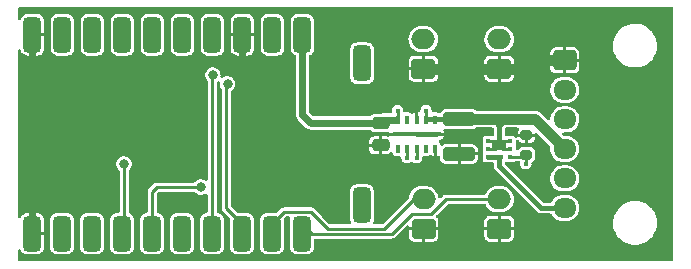
<source format=gbr>
%TF.GenerationSoftware,KiCad,Pcbnew,5.99.0-unknown-7ef9082c86~117~ubuntu18.04.1*%
%TF.CreationDate,2021-03-11T22:58:14+01:00*%
%TF.ProjectId,TSDZ2_nrf_module_board,5453445a-325f-46e7-9266-5f6d6f64756c,rev?*%
%TF.SameCoordinates,Original*%
%TF.FileFunction,Copper,L2,Bot*%
%TF.FilePolarity,Positive*%
%FSLAX46Y46*%
G04 Gerber Fmt 4.6, Leading zero omitted, Abs format (unit mm)*
G04 Created by KiCad (PCBNEW 5.99.0-unknown-7ef9082c86~117~ubuntu18.04.1) date 2021-03-11 22:58:14*
%MOMM*%
%LPD*%
G01*
G04 APERTURE LIST*
G04 Aperture macros list*
%AMRoundRect*
0 Rectangle with rounded corners*
0 $1 Rounding radius*
0 $2 $3 $4 $5 $6 $7 $8 $9 X,Y pos of 4 corners*
0 Add a 4 corners polygon primitive as box body*
4,1,4,$2,$3,$4,$5,$6,$7,$8,$9,$2,$3,0*
0 Add four circle primitives for the rounded corners*
1,1,$1+$1,$2,$3*
1,1,$1+$1,$4,$5*
1,1,$1+$1,$6,$7*
1,1,$1+$1,$8,$9*
0 Add four rect primitives between the rounded corners*
20,1,$1+$1,$2,$3,$4,$5,0*
20,1,$1+$1,$4,$5,$6,$7,0*
20,1,$1+$1,$6,$7,$8,$9,0*
20,1,$1+$1,$8,$9,$2,$3,0*%
G04 Aperture macros list end*
%TA.AperFunction,SMDPad,CuDef*%
%ADD10RoundRect,0.200000X0.275000X-0.200000X0.275000X0.200000X-0.275000X0.200000X-0.275000X-0.200000X0*%
%TD*%
%TA.AperFunction,SMDPad,CuDef*%
%ADD11RoundRect,0.250000X-0.475000X0.250000X-0.475000X-0.250000X0.475000X-0.250000X0.475000X0.250000X0*%
%TD*%
%TA.AperFunction,ComponentPad*%
%ADD12RoundRect,0.250000X0.750000X-0.600000X0.750000X0.600000X-0.750000X0.600000X-0.750000X-0.600000X0*%
%TD*%
%TA.AperFunction,ComponentPad*%
%ADD13O,2.000000X1.700000*%
%TD*%
%TA.AperFunction,SMDPad,CuDef*%
%ADD14RoundRect,0.050100X-0.099900X0.324900X-0.099900X-0.324900X0.099900X-0.324900X0.099900X0.324900X0*%
%TD*%
%TA.AperFunction,SMDPad,CuDef*%
%ADD15RoundRect,0.050000X2.000000X0.150000X-2.000000X0.150000X-2.000000X-0.150000X2.000000X-0.150000X0*%
%TD*%
%TA.AperFunction,ComponentPad*%
%ADD16RoundRect,0.250000X-0.725000X0.600000X-0.725000X-0.600000X0.725000X-0.600000X0.725000X0.600000X0*%
%TD*%
%TA.AperFunction,ComponentPad*%
%ADD17O,1.950000X1.700000*%
%TD*%
%TA.AperFunction,SMDPad,CuDef*%
%ADD18R,0.425000X0.400000*%
%TD*%
%TA.AperFunction,SMDPad,CuDef*%
%ADD19R,1.150000X0.950000*%
%TD*%
%TA.AperFunction,SMDPad,CuDef*%
%ADD20R,0.750000X0.300000*%
%TD*%
%TA.AperFunction,SMDPad,CuDef*%
%ADD21RoundRect,0.250000X-1.100000X0.325000X-1.100000X-0.325000X1.100000X-0.325000X1.100000X0.325000X0*%
%TD*%
%TA.AperFunction,ComponentPad*%
%ADD22RoundRect,0.377000X-0.377000X1.131000X-0.377000X-1.131000X0.377000X-1.131000X0.377000X1.131000X0*%
%TD*%
%TA.AperFunction,ViaPad*%
%ADD23C,0.800000*%
%TD*%
%TA.AperFunction,ViaPad*%
%ADD24C,0.450000*%
%TD*%
%TA.AperFunction,Conductor*%
%ADD25C,0.406400*%
%TD*%
%TA.AperFunction,Conductor*%
%ADD26C,0.254000*%
%TD*%
%TA.AperFunction,Conductor*%
%ADD27C,0.914400*%
%TD*%
%TA.AperFunction,Conductor*%
%ADD28C,0.250000*%
%TD*%
%TA.AperFunction,Conductor*%
%ADD29C,0.609600*%
%TD*%
G04 APERTURE END LIST*
D10*
%TO.P,R1,2*%
%TO.N,GND*%
X92300000Y-70075000D03*
%TO.P,R1,1*%
%TO.N,/P1.00_VIN_CTRL*%
X92300000Y-71725000D03*
%TD*%
D11*
%TO.P,C2,2*%
%TO.N,GND*%
X79950000Y-70950000D03*
%TO.P,C2,1*%
%TO.N,VBUS*%
X79950000Y-69050000D03*
%TD*%
D12*
%TO.P,SW4,1,1*%
%TO.N,GND*%
X83575000Y-64450000D03*
D13*
%TO.P,SW4,2,2*%
%TO.N,/P0.20_POWER*%
X83575000Y-61950000D03*
%TD*%
D14*
%TO.P,U2,1,VOUT*%
%TO.N,VBUS*%
X81400000Y-68775000D03*
%TO.P,U2,2,SS*%
%TO.N,N/C*%
X82200000Y-68775000D03*
%TO.P,U2,3,GND*%
%TO.N,GND*%
X83000000Y-68775000D03*
%TO.P,U2,4,VIN*%
%TO.N,/V_BATT*%
X83800000Y-68775000D03*
%TO.P,U2,5,VIN*%
X84600000Y-68775000D03*
%TO.P,U2,6,GND*%
%TO.N,GND*%
X84600000Y-71225000D03*
%TO.P,U2,7,HYS*%
%TO.N,N/C*%
X83800000Y-71225000D03*
%TO.P,U2,8,FB*%
%TO.N,VBUS*%
X83000000Y-71225000D03*
%TO.P,U2,9,EN*%
%TO.N,/V_BATT*%
X82200000Y-71225000D03*
%TO.P,U2,10,PGOOD*%
%TO.N,N/C*%
X81400000Y-71225000D03*
D15*
%TO.P,U2,11,GND*%
%TO.N,GND*%
X83000000Y-70000000D03*
%TD*%
D12*
%TO.P,SW1,1,1*%
%TO.N,GND*%
X90000000Y-78000000D03*
D13*
%TO.P,SW1,2,2*%
%TO.N,/P0.13_UP*%
X90000000Y-75500000D03*
%TD*%
D16*
%TO.P,J1,1,Pin_1*%
%TO.N,GND*%
X95550000Y-63750000D03*
D17*
%TO.P,J1,2,Pin_2*%
%TO.N,/TSDZ2_BRAKE_INPUT*%
X95550000Y-66250000D03*
%TO.P,J1,3,Pin_3*%
%TO.N,/TSDZ2_RX*%
X95550000Y-68750000D03*
%TO.P,J1,4,Pin_4*%
%TO.N,/V_BATT*%
X95550000Y-71250000D03*
%TO.P,J1,5,Pin_5*%
%TO.N,/TSDZ2_TX*%
X95550000Y-73750000D03*
%TO.P,J1,6,Pin_6*%
%TO.N,/TSDZ2_VIN*%
X95550000Y-76250000D03*
%TD*%
D12*
%TO.P,SW2,1,1*%
%TO.N,GND*%
X90000000Y-64450000D03*
D13*
%TO.P,SW2,2,2*%
%TO.N,/P0.17_DOWN*%
X90000000Y-61950000D03*
%TD*%
D18*
%TO.P,Q1,1,D*%
%TO.N,/V_BATT*%
X90937500Y-70600000D03*
%TO.P,Q1,2,D*%
X90937500Y-71250000D03*
%TO.P,Q1,3,G*%
%TO.N,/P1.00_VIN_CTRL*%
X90937500Y-71900000D03*
%TO.P,Q1,4,S*%
%TO.N,/TSDZ2_VIN*%
X89062500Y-71900000D03*
%TO.P,Q1,5,D*%
%TO.N,/V_BATT*%
X89062500Y-71250000D03*
%TO.P,Q1,6,D*%
X89062500Y-70600000D03*
D19*
%TO.P,Q1,D,D*%
X90000000Y-70925000D03*
D20*
%TO.P,Q1,S,S*%
%TO.N,/TSDZ2_VIN*%
X90000000Y-71900000D03*
%TD*%
D21*
%TO.P,C1,1*%
%TO.N,/V_BATT*%
X86600000Y-68725000D03*
%TO.P,C1,2*%
%TO.N,GND*%
X86600000Y-71675000D03*
%TD*%
D12*
%TO.P,SW3,1,1*%
%TO.N,GND*%
X83600000Y-78000000D03*
D13*
%TO.P,SW3,2,2*%
%TO.N,/P0.15_ENTER*%
X83600000Y-75500000D03*
%TD*%
D22*
%TO.P,U1,0.02,0.02*%
%TO.N,N/C*%
X60638000Y-61580000D03*
%TO.P,U1,0.09,0.09*%
%TO.N,/TSDZ2_BRAKE_INPUT*%
X55525000Y-78420000D03*
%TO.P,U1,0.10,0.10*%
%TO.N,N/C*%
X52985000Y-78420000D03*
%TO.P,U1,0.13,0.13*%
%TO.N,/P0.13_UP*%
X73305000Y-78420000D03*
%TO.P,U1,0.15,0.15*%
%TO.N,/P0.15_ENTER*%
X70765000Y-78420000D03*
%TO.P,U1,0.17,0.17*%
%TO.N,/P0.17_DOWN*%
X68225000Y-78420000D03*
%TO.P,U1,0.20,0.20*%
%TO.N,/P0.20_POWER*%
X65685000Y-78420000D03*
%TO.P,U1,0.22,0.22*%
%TO.N,/TSDZ2_RX*%
X63145000Y-78420000D03*
%TO.P,U1,0.24,0.24*%
%TO.N,/TSDZ2_TX*%
X60605000Y-78420000D03*
%TO.P,U1,0.29,0.29*%
%TO.N,N/C*%
X63178000Y-61580000D03*
%TO.P,U1,0.31,0.31*%
X65718000Y-61580000D03*
%TO.P,U1,1.00,1.00*%
%TO.N,/P1.00_VIN_CTRL*%
X58065000Y-78420000D03*
%TO.P,U1,1.10,1.10*%
%TO.N,N/C*%
X53018000Y-61580000D03*
%TO.P,U1,1.13,1.13*%
X55558000Y-61580000D03*
%TO.P,U1,1.15,1.15*%
X58098000Y-61580000D03*
%TO.P,U1,G1,GND*%
%TO.N,GND*%
X50445000Y-78420000D03*
%TO.P,U1,G2,GND*%
X50478000Y-61580000D03*
%TO.P,U1,G3,GND*%
X68258000Y-61580000D03*
%TO.P,U1,OUT,OUT*%
%TO.N,N/C*%
X70798000Y-61580000D03*
%TO.P,U1,SWDCLK,SWDCLK*%
X78385000Y-63993000D03*
%TO.P,U1,SWDIO,SWDIO*%
X78385000Y-76007000D03*
%TO.P,U1,VBUS,VBUS*%
%TO.N,VBUS*%
X73338000Y-61580000D03*
%TD*%
D23*
%TO.N,/TSDZ2_TX*%
X64750000Y-74477000D03*
D24*
%TO.N,/V_BATT*%
X83800000Y-68000000D03*
X82200000Y-72000000D03*
%TO.N,VBUS*%
X83000000Y-72000000D03*
X81400000Y-68000000D03*
D23*
%TO.N,/P0.17_DOWN*%
X67000000Y-65750000D03*
%TO.N,/P0.20_POWER*%
X65750000Y-65000000D03*
%TO.N,/P1.00_VIN_CTRL*%
X58230104Y-72522990D03*
D24*
X92250000Y-72500000D03*
%TD*%
D25*
%TO.N,/TSDZ2_VIN*%
X89062500Y-71900000D02*
X90000000Y-71900000D01*
X93550000Y-76250000D02*
X90000000Y-72700000D01*
X90000000Y-72700000D02*
X90000000Y-71900000D01*
X95550000Y-76250000D02*
X93550000Y-76250000D01*
D26*
%TO.N,/TSDZ2_TX*%
X60605000Y-77620000D02*
X60605000Y-74895000D01*
X61023000Y-74477000D02*
X63477000Y-74477000D01*
X95550000Y-73750000D02*
X95550000Y-74200000D01*
X61023000Y-74477000D02*
X64750000Y-74477000D01*
X60750000Y-78500000D02*
X60815000Y-78500000D01*
X60605000Y-74895000D02*
X61023000Y-74477000D01*
%TO.N,/V_BATT*%
X82200000Y-71225000D02*
X82200000Y-72000000D01*
X90937500Y-70600000D02*
X90325000Y-70600000D01*
X89675000Y-71250000D02*
X90000000Y-70925000D01*
D25*
X83850000Y-68725000D02*
X83803220Y-68771780D01*
D27*
X93025000Y-68725000D02*
X90575000Y-68725000D01*
D26*
X90325000Y-71250000D02*
X90000000Y-70925000D01*
D25*
X89775000Y-68725000D02*
X89775000Y-69075000D01*
D27*
X89775000Y-68725000D02*
X86600000Y-68725000D01*
D26*
X89062500Y-70600000D02*
X89675000Y-70600000D01*
D27*
X90575000Y-68725000D02*
X89775000Y-68725000D01*
D25*
X90000000Y-69300000D02*
X90575000Y-68725000D01*
D26*
X89675000Y-70600000D02*
X90000000Y-70925000D01*
X90937500Y-71250000D02*
X90325000Y-71250000D01*
X89062500Y-71250000D02*
X89675000Y-71250000D01*
X83800000Y-68000000D02*
X83800000Y-68775000D01*
D25*
X86600000Y-68725000D02*
X83850000Y-68725000D01*
D27*
X95550000Y-71250000D02*
X93025000Y-68725000D01*
D26*
X90325000Y-70600000D02*
X90000000Y-70925000D01*
D25*
X89775000Y-69075000D02*
X90000000Y-69300000D01*
X90000000Y-70925000D02*
X90000000Y-69300000D01*
D27*
%TO.N,GND*%
X90000000Y-64500000D02*
X83500000Y-64500000D01*
X92500000Y-64500000D02*
X93250000Y-63750000D01*
D28*
X84925000Y-70000000D02*
X84650000Y-70000000D01*
D29*
X68258000Y-62380000D02*
X68258000Y-63858000D01*
D27*
X93250000Y-63750000D02*
X95550000Y-63750000D01*
D25*
X83000000Y-70000000D02*
X84300000Y-70000000D01*
D26*
X83000000Y-65000000D02*
X83500000Y-64500000D01*
D29*
X50478000Y-62380000D02*
X50478000Y-64278000D01*
X50445000Y-77620000D02*
X50445000Y-75555000D01*
D27*
X90000000Y-64500000D02*
X92500000Y-64500000D01*
D25*
X86750000Y-71825000D02*
X86600000Y-71675000D01*
X83000000Y-70000000D02*
X84650000Y-70000000D01*
D29*
%TO.N,VBUS*%
X73338000Y-68338000D02*
X74050000Y-69050000D01*
X80000000Y-69050000D02*
X80275000Y-68775000D01*
X73338000Y-65338000D02*
X73338000Y-66338000D01*
X73338000Y-65338000D02*
X73338000Y-68338000D01*
D26*
X81400000Y-68775000D02*
X81400000Y-68000000D01*
D29*
X80000000Y-69050000D02*
X74050000Y-69050000D01*
X73338000Y-62380000D02*
X73338000Y-65338000D01*
D26*
X83000000Y-72000000D02*
X83000000Y-71225000D01*
D29*
X80275000Y-68775000D02*
X81295180Y-68775000D01*
D26*
%TO.N,/P0.13_UP*%
X80879950Y-78454020D02*
X79795980Y-78454020D01*
X80879950Y-78454020D02*
X74139020Y-78454020D01*
X90000000Y-75500000D02*
X85500000Y-75500000D01*
X74139020Y-78454020D02*
X73305000Y-77620000D01*
X84250000Y-76750000D02*
X82583970Y-76750000D01*
X82583970Y-76750000D02*
X80879950Y-78454020D01*
X85500000Y-75500000D02*
X84250000Y-76750000D01*
%TO.N,/P0.15_ENTER*%
X83000000Y-75500000D02*
X83525000Y-75500000D01*
X74084980Y-76584980D02*
X71800020Y-76584980D01*
X80250000Y-78000000D02*
X75500000Y-78000000D01*
X71800020Y-76584980D02*
X70765000Y-77620000D01*
X80250000Y-78000000D02*
X79500000Y-78000000D01*
X82750000Y-75500000D02*
X80250000Y-78000000D01*
X83500000Y-75500000D02*
X82750000Y-75500000D01*
X75500000Y-78000000D02*
X74084980Y-76584980D01*
%TO.N,/P0.17_DOWN*%
X66868189Y-66381811D02*
X66868189Y-65881811D01*
X66868189Y-66381811D02*
X66868189Y-66118189D01*
X66868189Y-76263189D02*
X66868189Y-67131811D01*
X68225000Y-77620000D02*
X66868189Y-76263189D01*
X66868189Y-67131811D02*
X66868189Y-66381811D01*
X66868189Y-65881811D02*
X67000000Y-65750000D01*
%TO.N,/P0.20_POWER*%
X65685000Y-77620000D02*
X65685000Y-65065000D01*
X65685000Y-65065000D02*
X65750000Y-65000000D01*
%TO.N,/P1.00_VIN_CTRL*%
X92250000Y-72500000D02*
X92250000Y-71825000D01*
X92175000Y-71900000D02*
X92250000Y-71825000D01*
X58230104Y-72730104D02*
X58230104Y-72522990D01*
X58065000Y-77620000D02*
X58250000Y-77435000D01*
X58250000Y-77435000D02*
X58250000Y-72750000D01*
X90937500Y-71900000D02*
X92175000Y-71900000D01*
X58250000Y-72750000D02*
X58230104Y-72730104D01*
%TD*%
%TA.AperFunction,Conductor*%
%TO.N,GND*%
G36*
X104688121Y-59274002D02*
G01*
X104734614Y-59327658D01*
X104746000Y-59380000D01*
X104746000Y-80620000D01*
X104725998Y-80688121D01*
X104672342Y-80734614D01*
X104620000Y-80746000D01*
X49380000Y-80746000D01*
X49311879Y-80725998D01*
X49265386Y-80672342D01*
X49254000Y-80620000D01*
X49254000Y-79869639D01*
X49274002Y-79801518D01*
X49327658Y-79755025D01*
X49397932Y-79744921D01*
X49462512Y-79774415D01*
X49497152Y-79823255D01*
X49507752Y-79850026D01*
X49515328Y-79863808D01*
X49599716Y-79979958D01*
X49610484Y-79991425D01*
X49721107Y-80082941D01*
X49734386Y-80091368D01*
X49864291Y-80152496D01*
X49879252Y-80157357D01*
X50002591Y-80180886D01*
X50014379Y-80182000D01*
X50857620Y-80182000D01*
X50865510Y-80181503D01*
X50972302Y-80168013D01*
X50987535Y-80164102D01*
X51121026Y-80111249D01*
X51134808Y-80103672D01*
X51250958Y-80019284D01*
X51262425Y-80008516D01*
X51353941Y-79897893D01*
X51362368Y-79884614D01*
X51423496Y-79754709D01*
X51428357Y-79739748D01*
X51451886Y-79616409D01*
X51453000Y-79604621D01*
X51453000Y-78565115D01*
X51448525Y-78549876D01*
X51447135Y-78548671D01*
X51439452Y-78547000D01*
X50444000Y-78547000D01*
X50375879Y-78526998D01*
X50329386Y-78473342D01*
X50318000Y-78421000D01*
X50318000Y-78419000D01*
X50338002Y-78350879D01*
X50391658Y-78304386D01*
X50444000Y-78293000D01*
X51434885Y-78293000D01*
X51450124Y-78288525D01*
X51451329Y-78287135D01*
X51453000Y-78279452D01*
X51453000Y-77253380D01*
X51452503Y-77245490D01*
X51450472Y-77229408D01*
X51976500Y-77229408D01*
X51976500Y-79590579D01*
X51991497Y-79709291D01*
X52050231Y-79857636D01*
X52054889Y-79864047D01*
X52054890Y-79864049D01*
X52075237Y-79892054D01*
X52144011Y-79986714D01*
X52266946Y-80088415D01*
X52274112Y-80091787D01*
X52404142Y-80152974D01*
X52404145Y-80152975D01*
X52411311Y-80156347D01*
X52475003Y-80168497D01*
X52542567Y-80181386D01*
X52542570Y-80181386D01*
X52548408Y-80182500D01*
X53401579Y-80182500D01*
X53458030Y-80175368D01*
X53512426Y-80168497D01*
X53512429Y-80168496D01*
X53520291Y-80167503D01*
X53527658Y-80164586D01*
X53527659Y-80164586D01*
X53561276Y-80151276D01*
X53668636Y-80108769D01*
X53675652Y-80103672D01*
X53791301Y-80019648D01*
X53797714Y-80014989D01*
X53899415Y-79892054D01*
X53931789Y-79823255D01*
X53963974Y-79754858D01*
X53963975Y-79754855D01*
X53967347Y-79747689D01*
X53993500Y-79610592D01*
X53993500Y-77249421D01*
X53990972Y-77229408D01*
X54516500Y-77229408D01*
X54516500Y-79590579D01*
X54531497Y-79709291D01*
X54590231Y-79857636D01*
X54594889Y-79864047D01*
X54594890Y-79864049D01*
X54615237Y-79892054D01*
X54684011Y-79986714D01*
X54806946Y-80088415D01*
X54814112Y-80091787D01*
X54944142Y-80152974D01*
X54944145Y-80152975D01*
X54951311Y-80156347D01*
X55015003Y-80168497D01*
X55082567Y-80181386D01*
X55082570Y-80181386D01*
X55088408Y-80182500D01*
X55941579Y-80182500D01*
X55998030Y-80175368D01*
X56052426Y-80168497D01*
X56052429Y-80168496D01*
X56060291Y-80167503D01*
X56067658Y-80164586D01*
X56067659Y-80164586D01*
X56101276Y-80151276D01*
X56208636Y-80108769D01*
X56215652Y-80103672D01*
X56331301Y-80019648D01*
X56337714Y-80014989D01*
X56439415Y-79892054D01*
X56471789Y-79823255D01*
X56503974Y-79754858D01*
X56503975Y-79754855D01*
X56507347Y-79747689D01*
X56533500Y-79610592D01*
X56533500Y-77249421D01*
X56530972Y-77229408D01*
X57056500Y-77229408D01*
X57056500Y-79590579D01*
X57071497Y-79709291D01*
X57130231Y-79857636D01*
X57134889Y-79864047D01*
X57134890Y-79864049D01*
X57155237Y-79892054D01*
X57224011Y-79986714D01*
X57346946Y-80088415D01*
X57354112Y-80091787D01*
X57484142Y-80152974D01*
X57484145Y-80152975D01*
X57491311Y-80156347D01*
X57555003Y-80168497D01*
X57622567Y-80181386D01*
X57622570Y-80181386D01*
X57628408Y-80182500D01*
X58481579Y-80182500D01*
X58538030Y-80175368D01*
X58592426Y-80168497D01*
X58592429Y-80168496D01*
X58600291Y-80167503D01*
X58607658Y-80164586D01*
X58607659Y-80164586D01*
X58641276Y-80151276D01*
X58748636Y-80108769D01*
X58755652Y-80103672D01*
X58871301Y-80019648D01*
X58877714Y-80014989D01*
X58979415Y-79892054D01*
X59011789Y-79823255D01*
X59043974Y-79754858D01*
X59043975Y-79754855D01*
X59047347Y-79747689D01*
X59073500Y-79610592D01*
X59073500Y-77249421D01*
X59070972Y-77229408D01*
X59596500Y-77229408D01*
X59596500Y-79590579D01*
X59611497Y-79709291D01*
X59670231Y-79857636D01*
X59674889Y-79864047D01*
X59674890Y-79864049D01*
X59695237Y-79892054D01*
X59764011Y-79986714D01*
X59886946Y-80088415D01*
X59894112Y-80091787D01*
X60024142Y-80152974D01*
X60024145Y-80152975D01*
X60031311Y-80156347D01*
X60095003Y-80168497D01*
X60162567Y-80181386D01*
X60162570Y-80181386D01*
X60168408Y-80182500D01*
X61021579Y-80182500D01*
X61078030Y-80175368D01*
X61132426Y-80168497D01*
X61132429Y-80168496D01*
X61140291Y-80167503D01*
X61147658Y-80164586D01*
X61147659Y-80164586D01*
X61181276Y-80151276D01*
X61288636Y-80108769D01*
X61295652Y-80103672D01*
X61411301Y-80019648D01*
X61417714Y-80014989D01*
X61519415Y-79892054D01*
X61551789Y-79823255D01*
X61583974Y-79754858D01*
X61583975Y-79754855D01*
X61587347Y-79747689D01*
X61613500Y-79610592D01*
X61613500Y-77249421D01*
X61610972Y-77229408D01*
X62136500Y-77229408D01*
X62136500Y-79590579D01*
X62151497Y-79709291D01*
X62210231Y-79857636D01*
X62214889Y-79864047D01*
X62214890Y-79864049D01*
X62235237Y-79892054D01*
X62304011Y-79986714D01*
X62426946Y-80088415D01*
X62434112Y-80091787D01*
X62564142Y-80152974D01*
X62564145Y-80152975D01*
X62571311Y-80156347D01*
X62635003Y-80168497D01*
X62702567Y-80181386D01*
X62702570Y-80181386D01*
X62708408Y-80182500D01*
X63561579Y-80182500D01*
X63618030Y-80175368D01*
X63672426Y-80168497D01*
X63672429Y-80168496D01*
X63680291Y-80167503D01*
X63687658Y-80164586D01*
X63687659Y-80164586D01*
X63721276Y-80151276D01*
X63828636Y-80108769D01*
X63835652Y-80103672D01*
X63951301Y-80019648D01*
X63957714Y-80014989D01*
X64059415Y-79892054D01*
X64091789Y-79823255D01*
X64123974Y-79754858D01*
X64123975Y-79754855D01*
X64127347Y-79747689D01*
X64153500Y-79610592D01*
X64153500Y-77249421D01*
X64142656Y-77163580D01*
X64139497Y-77138574D01*
X64139496Y-77138571D01*
X64138503Y-77130709D01*
X64132546Y-77115662D01*
X64110739Y-77060585D01*
X64079769Y-76982364D01*
X64070321Y-76969359D01*
X64021283Y-76901865D01*
X63985989Y-76853286D01*
X63863054Y-76751585D01*
X63813600Y-76728314D01*
X63725858Y-76687026D01*
X63725855Y-76687025D01*
X63718689Y-76683653D01*
X63628892Y-76666523D01*
X63587433Y-76658614D01*
X63587430Y-76658614D01*
X63581592Y-76657500D01*
X62728421Y-76657500D01*
X62675845Y-76664142D01*
X62617574Y-76671503D01*
X62617571Y-76671504D01*
X62609709Y-76672497D01*
X62602342Y-76675414D01*
X62602341Y-76675414D01*
X62601119Y-76675898D01*
X62461364Y-76731231D01*
X62454953Y-76735889D01*
X62454951Y-76735890D01*
X62396825Y-76778121D01*
X62332286Y-76825011D01*
X62230585Y-76947946D01*
X62227213Y-76955112D01*
X62171773Y-77072930D01*
X62162653Y-77092311D01*
X62153828Y-77138574D01*
X62137666Y-77223298D01*
X62136500Y-77229408D01*
X61610972Y-77229408D01*
X61602656Y-77163580D01*
X61599497Y-77138574D01*
X61599496Y-77138571D01*
X61598503Y-77130709D01*
X61592546Y-77115662D01*
X61570739Y-77060585D01*
X61539769Y-76982364D01*
X61530321Y-76969359D01*
X61481283Y-76901865D01*
X61445989Y-76853286D01*
X61323054Y-76751585D01*
X61273600Y-76728314D01*
X61185858Y-76687026D01*
X61185855Y-76687025D01*
X61178689Y-76683653D01*
X61088889Y-76666523D01*
X61025724Y-76634111D01*
X60990109Y-76572694D01*
X60986500Y-76542755D01*
X60986500Y-75105213D01*
X61006502Y-75037092D01*
X61023405Y-75016118D01*
X61144118Y-74895405D01*
X61206430Y-74861379D01*
X61233213Y-74858500D01*
X64156158Y-74858500D01*
X64224279Y-74878502D01*
X64248008Y-74898247D01*
X64324191Y-74979373D01*
X64329619Y-74985153D01*
X64469199Y-75073733D01*
X64476738Y-75076183D01*
X64476741Y-75076184D01*
X64618884Y-75122369D01*
X64618886Y-75122369D01*
X64626422Y-75124818D01*
X64634331Y-75125316D01*
X64634333Y-75125316D01*
X64708916Y-75130009D01*
X64791410Y-75135199D01*
X64799194Y-75133714D01*
X64799196Y-75133714D01*
X64946013Y-75105707D01*
X64946014Y-75105707D01*
X64953797Y-75104222D01*
X65103378Y-75033834D01*
X65109486Y-75028781D01*
X65109984Y-75028465D01*
X65178218Y-75008851D01*
X65246223Y-75029241D01*
X65292410Y-75083160D01*
X65303500Y-75134849D01*
X65303500Y-76541985D01*
X65283498Y-76610106D01*
X65229842Y-76656599D01*
X65193293Y-76666991D01*
X65149709Y-76672497D01*
X65142342Y-76675414D01*
X65142341Y-76675414D01*
X65141119Y-76675898D01*
X65001364Y-76731231D01*
X64994953Y-76735889D01*
X64994951Y-76735890D01*
X64936825Y-76778121D01*
X64872286Y-76825011D01*
X64770585Y-76947946D01*
X64767213Y-76955112D01*
X64711773Y-77072930D01*
X64702653Y-77092311D01*
X64693828Y-77138574D01*
X64677666Y-77223298D01*
X64676500Y-77229408D01*
X64676500Y-79590579D01*
X64691497Y-79709291D01*
X64750231Y-79857636D01*
X64754889Y-79864047D01*
X64754890Y-79864049D01*
X64775237Y-79892054D01*
X64844011Y-79986714D01*
X64966946Y-80088415D01*
X64974112Y-80091787D01*
X65104142Y-80152974D01*
X65104145Y-80152975D01*
X65111311Y-80156347D01*
X65175003Y-80168497D01*
X65242567Y-80181386D01*
X65242570Y-80181386D01*
X65248408Y-80182500D01*
X66101579Y-80182500D01*
X66158030Y-80175368D01*
X66212426Y-80168497D01*
X66212429Y-80168496D01*
X66220291Y-80167503D01*
X66227658Y-80164586D01*
X66227659Y-80164586D01*
X66261276Y-80151276D01*
X66368636Y-80108769D01*
X66375652Y-80103672D01*
X66491301Y-80019648D01*
X66497714Y-80014989D01*
X66599415Y-79892054D01*
X66631789Y-79823255D01*
X66663974Y-79754858D01*
X66663975Y-79754855D01*
X66667347Y-79747689D01*
X66693500Y-79610592D01*
X66693500Y-77249421D01*
X66682656Y-77163580D01*
X66679497Y-77138574D01*
X66679496Y-77138571D01*
X66678503Y-77130709D01*
X66672546Y-77115662D01*
X66650739Y-77060585D01*
X66619769Y-76982364D01*
X66610321Y-76969359D01*
X66561283Y-76901865D01*
X66525989Y-76853286D01*
X66403054Y-76751585D01*
X66353600Y-76728314D01*
X66265858Y-76687026D01*
X66265855Y-76687025D01*
X66258689Y-76683653D01*
X66168889Y-76666523D01*
X66105724Y-76634111D01*
X66070109Y-76572694D01*
X66066500Y-76542755D01*
X66066500Y-65646633D01*
X66086502Y-65578512D01*
X66112184Y-65549549D01*
X66113893Y-65548135D01*
X66148283Y-65519686D01*
X66213520Y-65491675D01*
X66283545Y-65503382D01*
X66336124Y-65551088D01*
X66354565Y-65619648D01*
X66350640Y-65648102D01*
X66345700Y-65667343D01*
X66345700Y-65832657D01*
X66386812Y-65992778D01*
X66390631Y-65999724D01*
X66466453Y-66137644D01*
X66465327Y-66138263D01*
X66486483Y-66197548D01*
X66486689Y-66204746D01*
X66486689Y-76210344D01*
X66484489Y-76231017D01*
X66484311Y-76234802D01*
X66482119Y-76244982D01*
X66483343Y-76255322D01*
X66485816Y-76276221D01*
X66486207Y-76282852D01*
X66486261Y-76282848D01*
X66486689Y-76288024D01*
X66486689Y-76293229D01*
X66487984Y-76301012D01*
X66490143Y-76313983D01*
X66490980Y-76319859D01*
X66494854Y-76352587D01*
X66497035Y-76371019D01*
X66501017Y-76379312D01*
X66502527Y-76388383D01*
X66507470Y-76397544D01*
X66507471Y-76397547D01*
X66514300Y-76410202D01*
X66524957Y-76429952D01*
X66526987Y-76433715D01*
X66529664Y-76438968D01*
X66551974Y-76485428D01*
X66557604Y-76492127D01*
X66559540Y-76494063D01*
X66559560Y-76494085D01*
X66562794Y-76500078D01*
X66570440Y-76507146D01*
X66597497Y-76532157D01*
X66601063Y-76535586D01*
X66914053Y-76848575D01*
X67181883Y-77116405D01*
X67215908Y-77178718D01*
X67216436Y-77217491D01*
X67218173Y-77217655D01*
X67217614Y-77223567D01*
X67216500Y-77229408D01*
X67216500Y-79590579D01*
X67231497Y-79709291D01*
X67290231Y-79857636D01*
X67294889Y-79864047D01*
X67294890Y-79864049D01*
X67315237Y-79892054D01*
X67384011Y-79986714D01*
X67506946Y-80088415D01*
X67514112Y-80091787D01*
X67644142Y-80152974D01*
X67644145Y-80152975D01*
X67651311Y-80156347D01*
X67715003Y-80168497D01*
X67782567Y-80181386D01*
X67782570Y-80181386D01*
X67788408Y-80182500D01*
X68641579Y-80182500D01*
X68698030Y-80175368D01*
X68752426Y-80168497D01*
X68752429Y-80168496D01*
X68760291Y-80167503D01*
X68767658Y-80164586D01*
X68767659Y-80164586D01*
X68801276Y-80151276D01*
X68908636Y-80108769D01*
X68915652Y-80103672D01*
X69031301Y-80019648D01*
X69037714Y-80014989D01*
X69139415Y-79892054D01*
X69171789Y-79823255D01*
X69203974Y-79754858D01*
X69203975Y-79754855D01*
X69207347Y-79747689D01*
X69233500Y-79610592D01*
X69233500Y-77249421D01*
X69230972Y-77229408D01*
X69756500Y-77229408D01*
X69756500Y-79590579D01*
X69771497Y-79709291D01*
X69830231Y-79857636D01*
X69834889Y-79864047D01*
X69834890Y-79864049D01*
X69855237Y-79892054D01*
X69924011Y-79986714D01*
X70046946Y-80088415D01*
X70054112Y-80091787D01*
X70184142Y-80152974D01*
X70184145Y-80152975D01*
X70191311Y-80156347D01*
X70255003Y-80168497D01*
X70322567Y-80181386D01*
X70322570Y-80181386D01*
X70328408Y-80182500D01*
X71181579Y-80182500D01*
X71238030Y-80175368D01*
X71292426Y-80168497D01*
X71292429Y-80168496D01*
X71300291Y-80167503D01*
X71307658Y-80164586D01*
X71307659Y-80164586D01*
X71341276Y-80151276D01*
X71448636Y-80108769D01*
X71455652Y-80103672D01*
X71571301Y-80019648D01*
X71577714Y-80014989D01*
X71679415Y-79892054D01*
X71711789Y-79823255D01*
X71743974Y-79754858D01*
X71743975Y-79754855D01*
X71747347Y-79747689D01*
X71773500Y-79610592D01*
X71773500Y-77249421D01*
X71770200Y-77223298D01*
X71781506Y-77153208D01*
X71806111Y-77118411D01*
X71921137Y-77003385D01*
X71983449Y-76969359D01*
X72010232Y-76966480D01*
X72194349Y-76966480D01*
X72262470Y-76986482D01*
X72308963Y-77040138D01*
X72318117Y-77116090D01*
X72296500Y-77229408D01*
X72296500Y-79590579D01*
X72311497Y-79709291D01*
X72370231Y-79857636D01*
X72374889Y-79864047D01*
X72374890Y-79864049D01*
X72395237Y-79892054D01*
X72464011Y-79986714D01*
X72586946Y-80088415D01*
X72594112Y-80091787D01*
X72724142Y-80152974D01*
X72724145Y-80152975D01*
X72731311Y-80156347D01*
X72795003Y-80168497D01*
X72862567Y-80181386D01*
X72862570Y-80181386D01*
X72868408Y-80182500D01*
X73721579Y-80182500D01*
X73778030Y-80175368D01*
X73832426Y-80168497D01*
X73832429Y-80168496D01*
X73840291Y-80167503D01*
X73847658Y-80164586D01*
X73847659Y-80164586D01*
X73881276Y-80151276D01*
X73988636Y-80108769D01*
X73995652Y-80103672D01*
X74111301Y-80019648D01*
X74117714Y-80014989D01*
X74219415Y-79892054D01*
X74251789Y-79823255D01*
X74283974Y-79754858D01*
X74283975Y-79754855D01*
X74287347Y-79747689D01*
X74313500Y-79610592D01*
X74313500Y-78961520D01*
X74333502Y-78893399D01*
X74387158Y-78846906D01*
X74439500Y-78835520D01*
X80827105Y-78835520D01*
X80847778Y-78837720D01*
X80851563Y-78837898D01*
X80861743Y-78840090D01*
X80892982Y-78836393D01*
X80899613Y-78836002D01*
X80899609Y-78835948D01*
X80904785Y-78835520D01*
X80909990Y-78835520D01*
X80930742Y-78832066D01*
X80936620Y-78831229D01*
X80977440Y-78826398D01*
X80977441Y-78826398D01*
X80987780Y-78825174D01*
X80996073Y-78821192D01*
X81005144Y-78819682D01*
X81014305Y-78814739D01*
X81014308Y-78814738D01*
X81041700Y-78799957D01*
X81050483Y-78795219D01*
X81055729Y-78792545D01*
X81102189Y-78770235D01*
X81108888Y-78764605D01*
X81110824Y-78762669D01*
X81110846Y-78762649D01*
X81116839Y-78759415D01*
X81148931Y-78724698D01*
X81152360Y-78721133D01*
X81732945Y-78140548D01*
X82346000Y-78140548D01*
X82346000Y-78630432D01*
X82346636Y-78639352D01*
X82360186Y-78733969D01*
X82365175Y-78751031D01*
X82417479Y-78866068D01*
X82427048Y-78881030D01*
X82509536Y-78976764D01*
X82522930Y-78988447D01*
X82628961Y-79057173D01*
X82645104Y-79064632D01*
X82768231Y-79101455D01*
X82781265Y-79103859D01*
X82785062Y-79104000D01*
X83454885Y-79104000D01*
X83470124Y-79099525D01*
X83471329Y-79098135D01*
X83473000Y-79090452D01*
X83473000Y-78145115D01*
X83471659Y-78140548D01*
X83727000Y-78140548D01*
X83727000Y-79085885D01*
X83731475Y-79101124D01*
X83732865Y-79102329D01*
X83740548Y-79104000D01*
X84380432Y-79104000D01*
X84389352Y-79103364D01*
X84483969Y-79089814D01*
X84501031Y-79084825D01*
X84616068Y-79032521D01*
X84631030Y-79022952D01*
X84726764Y-78940464D01*
X84738447Y-78927070D01*
X84807173Y-78821039D01*
X84814632Y-78804896D01*
X84851455Y-78681769D01*
X84853859Y-78668735D01*
X84854000Y-78664938D01*
X84854000Y-78145115D01*
X84852659Y-78140548D01*
X88746000Y-78140548D01*
X88746000Y-78630432D01*
X88746636Y-78639352D01*
X88760186Y-78733969D01*
X88765175Y-78751031D01*
X88817479Y-78866068D01*
X88827048Y-78881030D01*
X88909536Y-78976764D01*
X88922930Y-78988447D01*
X89028961Y-79057173D01*
X89045104Y-79064632D01*
X89168231Y-79101455D01*
X89181265Y-79103859D01*
X89185062Y-79104000D01*
X89854885Y-79104000D01*
X89870124Y-79099525D01*
X89871329Y-79098135D01*
X89873000Y-79090452D01*
X89873000Y-78145115D01*
X89871659Y-78140548D01*
X90127000Y-78140548D01*
X90127000Y-79085885D01*
X90131475Y-79101124D01*
X90132865Y-79102329D01*
X90140548Y-79104000D01*
X90780432Y-79104000D01*
X90789352Y-79103364D01*
X90883969Y-79089814D01*
X90901031Y-79084825D01*
X91016068Y-79032521D01*
X91031030Y-79022952D01*
X91126764Y-78940464D01*
X91138447Y-78927070D01*
X91207173Y-78821039D01*
X91214632Y-78804896D01*
X91251455Y-78681769D01*
X91253859Y-78668735D01*
X91254000Y-78664938D01*
X91254000Y-78145115D01*
X91249525Y-78129876D01*
X91248135Y-78128671D01*
X91240452Y-78127000D01*
X90145115Y-78127000D01*
X90129876Y-78131475D01*
X90128671Y-78132865D01*
X90127000Y-78140548D01*
X89871659Y-78140548D01*
X89868525Y-78129876D01*
X89867135Y-78128671D01*
X89859452Y-78127000D01*
X88764115Y-78127000D01*
X88748876Y-78131475D01*
X88747671Y-78132865D01*
X88746000Y-78140548D01*
X84852659Y-78140548D01*
X84849525Y-78129876D01*
X84848135Y-78128671D01*
X84840452Y-78127000D01*
X83745115Y-78127000D01*
X83729876Y-78131475D01*
X83728671Y-78132865D01*
X83727000Y-78140548D01*
X83471659Y-78140548D01*
X83468525Y-78129876D01*
X83467135Y-78128671D01*
X83459452Y-78127000D01*
X82364115Y-78127000D01*
X82348876Y-78131475D01*
X82347671Y-78132865D01*
X82346000Y-78140548D01*
X81732945Y-78140548D01*
X82130905Y-77742588D01*
X82193217Y-77708562D01*
X82264032Y-77713627D01*
X82320868Y-77756174D01*
X82345679Y-77822694D01*
X82346000Y-77831683D01*
X82346000Y-77854885D01*
X82350475Y-77870124D01*
X82351865Y-77871329D01*
X82359548Y-77873000D01*
X84835885Y-77873000D01*
X84851124Y-77868525D01*
X84852329Y-77867135D01*
X84854000Y-77859452D01*
X84854000Y-77369568D01*
X84853364Y-77360648D01*
X84849700Y-77335062D01*
X88746000Y-77335062D01*
X88746000Y-77854885D01*
X88750475Y-77870124D01*
X88751865Y-77871329D01*
X88759548Y-77873000D01*
X89854885Y-77873000D01*
X89870124Y-77868525D01*
X89871329Y-77867135D01*
X89873000Y-77859452D01*
X89873000Y-76914115D01*
X89871659Y-76909548D01*
X90127000Y-76909548D01*
X90127000Y-77854885D01*
X90131475Y-77870124D01*
X90132865Y-77871329D01*
X90140548Y-77873000D01*
X91235885Y-77873000D01*
X91251124Y-77868525D01*
X91252329Y-77867135D01*
X91254000Y-77859452D01*
X91254000Y-77584352D01*
X99642414Y-77584352D01*
X99642949Y-77588870D01*
X99642949Y-77588876D01*
X99651038Y-77657214D01*
X99674048Y-77851623D01*
X99743932Y-78111528D01*
X99850603Y-78358622D01*
X99852994Y-78362500D01*
X99852994Y-78362501D01*
X99921318Y-78473342D01*
X99991827Y-78587729D01*
X100164644Y-78794050D01*
X100365435Y-78973263D01*
X100589993Y-79121613D01*
X100594127Y-79123554D01*
X100594129Y-79123555D01*
X100606775Y-79129492D01*
X100833615Y-79235993D01*
X100837972Y-79237313D01*
X100837973Y-79237313D01*
X101086826Y-79312683D01*
X101086833Y-79312685D01*
X101091196Y-79314006D01*
X101357341Y-79354020D01*
X101361906Y-79354040D01*
X101361907Y-79354040D01*
X101488556Y-79354592D01*
X101626474Y-79355194D01*
X101651867Y-79351603D01*
X101888442Y-79318144D01*
X101888446Y-79318143D01*
X101892958Y-79317505D01*
X102151211Y-79241742D01*
X102176444Y-79230163D01*
X102391673Y-79131396D01*
X102391679Y-79131393D01*
X102395821Y-79129492D01*
X102621665Y-78983107D01*
X102801754Y-78825174D01*
X102820581Y-78808663D01*
X102820582Y-78808662D01*
X102824012Y-78805654D01*
X102834106Y-78793815D01*
X102995660Y-78604326D01*
X102995663Y-78604323D01*
X102998624Y-78600849D01*
X103001051Y-78596987D01*
X103001055Y-78596982D01*
X103139412Y-78376847D01*
X103139413Y-78376845D01*
X103141841Y-78372982D01*
X103143683Y-78368816D01*
X103143686Y-78368810D01*
X103248820Y-78131001D01*
X103248822Y-78130996D01*
X103250664Y-78126829D01*
X103322814Y-77867544D01*
X103356779Y-77600560D01*
X103357506Y-77573714D01*
X103359415Y-77503137D01*
X103359500Y-77500000D01*
X103340023Y-77231570D01*
X103333811Y-77203433D01*
X103282986Y-76973222D01*
X103282985Y-76973218D01*
X103282001Y-76968762D01*
X103214392Y-76790313D01*
X103188266Y-76721354D01*
X103188265Y-76721351D01*
X103186648Y-76717084D01*
X103083755Y-76531841D01*
X103058181Y-76485799D01*
X103058180Y-76485798D01*
X103055963Y-76481806D01*
X102928137Y-76314314D01*
X102895455Y-76271490D01*
X102895454Y-76271489D01*
X102892683Y-76267858D01*
X102879860Y-76255322D01*
X102796456Y-76173789D01*
X102700229Y-76079721D01*
X102482631Y-75921337D01*
X102383227Y-75869038D01*
X102248489Y-75798149D01*
X102248483Y-75798146D01*
X102244449Y-75796024D01*
X102129399Y-75755395D01*
X101994985Y-75707928D01*
X101994984Y-75707928D01*
X101990672Y-75706405D01*
X101863160Y-75681273D01*
X101731088Y-75655241D01*
X101731082Y-75655240D01*
X101726616Y-75654360D01*
X101722063Y-75654133D01*
X101722060Y-75654133D01*
X101462382Y-75641206D01*
X101462376Y-75641206D01*
X101457813Y-75640979D01*
X101189894Y-75666540D01*
X101185460Y-75667625D01*
X101185454Y-75667626D01*
X100933027Y-75729395D01*
X100928470Y-75730510D01*
X100679020Y-75831548D01*
X100530679Y-75918405D01*
X100467584Y-75955349D01*
X100446768Y-75967537D01*
X100346633Y-76047617D01*
X100296333Y-76087843D01*
X100236579Y-76135629D01*
X100052857Y-76332303D01*
X100016911Y-76384119D01*
X99902053Y-76549684D01*
X99902050Y-76549690D01*
X99899450Y-76553437D01*
X99897418Y-76557522D01*
X99897416Y-76557525D01*
X99847431Y-76658000D01*
X99779573Y-76794401D01*
X99778152Y-76798735D01*
X99778151Y-76798738D01*
X99699016Y-77040138D01*
X99695735Y-77050146D01*
X99649694Y-77315315D01*
X99648226Y-77369568D01*
X99642865Y-77567702D01*
X99642414Y-77584352D01*
X91254000Y-77584352D01*
X91254000Y-77369568D01*
X91253364Y-77360648D01*
X91239814Y-77266031D01*
X91234825Y-77248969D01*
X91182521Y-77133932D01*
X91172952Y-77118970D01*
X91090464Y-77023236D01*
X91077070Y-77011553D01*
X90971039Y-76942827D01*
X90954896Y-76935368D01*
X90831769Y-76898545D01*
X90818735Y-76896141D01*
X90814938Y-76896000D01*
X90145115Y-76896000D01*
X90129876Y-76900475D01*
X90128671Y-76901865D01*
X90127000Y-76909548D01*
X89871659Y-76909548D01*
X89868525Y-76898876D01*
X89867135Y-76897671D01*
X89859452Y-76896000D01*
X89219568Y-76896000D01*
X89210648Y-76896636D01*
X89116031Y-76910186D01*
X89098969Y-76915175D01*
X88983932Y-76967479D01*
X88968970Y-76977048D01*
X88873236Y-77059536D01*
X88861553Y-77072930D01*
X88792827Y-77178961D01*
X88785368Y-77195104D01*
X88748545Y-77318231D01*
X88746141Y-77331265D01*
X88746000Y-77335062D01*
X84849700Y-77335062D01*
X84839814Y-77266031D01*
X84834825Y-77248969D01*
X84782521Y-77133932D01*
X84772951Y-77118969D01*
X84686209Y-77018299D01*
X84656895Y-76953636D01*
X84667194Y-76883390D01*
X84692567Y-76846956D01*
X85621118Y-75918405D01*
X85683430Y-75884379D01*
X85710213Y-75881500D01*
X88729045Y-75881500D01*
X88797166Y-75901502D01*
X88843746Y-75955349D01*
X88888178Y-76053072D01*
X89010114Y-76224970D01*
X89099083Y-76310139D01*
X89155274Y-76363930D01*
X89162355Y-76370709D01*
X89339408Y-76485031D01*
X89344974Y-76487274D01*
X89529316Y-76561566D01*
X89529319Y-76561567D01*
X89534885Y-76563810D01*
X89638589Y-76584062D01*
X89737286Y-76603337D01*
X89737289Y-76603337D01*
X89741732Y-76604205D01*
X89747764Y-76604500D01*
X90202406Y-76604500D01*
X90359801Y-76589483D01*
X90562033Y-76530155D01*
X90606708Y-76507146D01*
X90744066Y-76436402D01*
X90744069Y-76436400D01*
X90749397Y-76433656D01*
X90818580Y-76379312D01*
X90910416Y-76307175D01*
X90910421Y-76307171D01*
X90915133Y-76303469D01*
X90919704Y-76298202D01*
X91002735Y-76202516D01*
X91053261Y-76144290D01*
X91158797Y-75961864D01*
X91161060Y-75955349D01*
X91225965Y-75768442D01*
X91227934Y-75762772D01*
X91250018Y-75610459D01*
X91257314Y-75560139D01*
X91257314Y-75560136D01*
X91258175Y-75554199D01*
X91248431Y-75343670D01*
X91241846Y-75316344D01*
X91200459Y-75144615D01*
X91200458Y-75144613D01*
X91199053Y-75138782D01*
X91194536Y-75128846D01*
X91114302Y-74952383D01*
X91111822Y-74946928D01*
X90994717Y-74781841D01*
X90993352Y-74779916D01*
X90993351Y-74779915D01*
X90989886Y-74775030D01*
X90847620Y-74638840D01*
X90841975Y-74633436D01*
X90837645Y-74629291D01*
X90660592Y-74514969D01*
X90555433Y-74472589D01*
X90470684Y-74438434D01*
X90470681Y-74438433D01*
X90465115Y-74436190D01*
X90361411Y-74415938D01*
X90262714Y-74396663D01*
X90262711Y-74396663D01*
X90258268Y-74395795D01*
X90252236Y-74395500D01*
X89797594Y-74395500D01*
X89640199Y-74410517D01*
X89437967Y-74469845D01*
X89432640Y-74472589D01*
X89432639Y-74472589D01*
X89255934Y-74563598D01*
X89255931Y-74563600D01*
X89250603Y-74566344D01*
X89223195Y-74587873D01*
X89089584Y-74692825D01*
X89089579Y-74692829D01*
X89084867Y-74696531D01*
X89080936Y-74701061D01*
X89080935Y-74701062D01*
X89049512Y-74737274D01*
X88946739Y-74855710D01*
X88841203Y-75038136D01*
X88839237Y-75043797D01*
X88838707Y-75044955D01*
X88792162Y-75098565D01*
X88724145Y-75118500D01*
X85552845Y-75118500D01*
X85532172Y-75116300D01*
X85528387Y-75116122D01*
X85518207Y-75113930D01*
X85486968Y-75117627D01*
X85480337Y-75118018D01*
X85480341Y-75118072D01*
X85475165Y-75118500D01*
X85469960Y-75118500D01*
X85451401Y-75121589D01*
X85449206Y-75121954D01*
X85443330Y-75122791D01*
X85402510Y-75127622D01*
X85402509Y-75127622D01*
X85392170Y-75128846D01*
X85383877Y-75132828D01*
X85374806Y-75134338D01*
X85365645Y-75139281D01*
X85365642Y-75139282D01*
X85329474Y-75158798D01*
X85324221Y-75161475D01*
X85277761Y-75183785D01*
X85271062Y-75189415D01*
X85269126Y-75191351D01*
X85269104Y-75191371D01*
X85263111Y-75194605D01*
X85256043Y-75202251D01*
X85231020Y-75229321D01*
X85227590Y-75232887D01*
X85059478Y-75400999D01*
X84997166Y-75435025D01*
X84926351Y-75429960D01*
X84869515Y-75387413D01*
X84847890Y-75341425D01*
X84800459Y-75144615D01*
X84800458Y-75144613D01*
X84799053Y-75138782D01*
X84794536Y-75128846D01*
X84714302Y-74952383D01*
X84711822Y-74946928D01*
X84594717Y-74781841D01*
X84593352Y-74779916D01*
X84593351Y-74779915D01*
X84589886Y-74775030D01*
X84447620Y-74638840D01*
X84441975Y-74633436D01*
X84437645Y-74629291D01*
X84260592Y-74514969D01*
X84155433Y-74472589D01*
X84070684Y-74438434D01*
X84070681Y-74438433D01*
X84065115Y-74436190D01*
X83961411Y-74415938D01*
X83862714Y-74396663D01*
X83862711Y-74396663D01*
X83858268Y-74395795D01*
X83852236Y-74395500D01*
X83397594Y-74395500D01*
X83240199Y-74410517D01*
X83037967Y-74469845D01*
X83032640Y-74472589D01*
X83032639Y-74472589D01*
X82855934Y-74563598D01*
X82855931Y-74563600D01*
X82850603Y-74566344D01*
X82823195Y-74587873D01*
X82689584Y-74692825D01*
X82689579Y-74692829D01*
X82684867Y-74696531D01*
X82680936Y-74701061D01*
X82680935Y-74701062D01*
X82649512Y-74737274D01*
X82546739Y-74855710D01*
X82441203Y-75038136D01*
X82439234Y-75043805D01*
X82439233Y-75043808D01*
X82374812Y-75229321D01*
X82372066Y-75237228D01*
X82371206Y-75243160D01*
X82371205Y-75243164D01*
X82360913Y-75314150D01*
X82331343Y-75378696D01*
X82325312Y-75385165D01*
X80128882Y-77581595D01*
X80066570Y-77615621D01*
X80039787Y-77618500D01*
X79432341Y-77618500D01*
X79364220Y-77598498D01*
X79317727Y-77544842D01*
X79307623Y-77474568D01*
X79318333Y-77438852D01*
X79363972Y-77341864D01*
X79363975Y-77341855D01*
X79367347Y-77334689D01*
X79386150Y-77236121D01*
X79392386Y-77203433D01*
X79392386Y-77203430D01*
X79393500Y-77197592D01*
X79393500Y-74836421D01*
X79380975Y-74737274D01*
X79379497Y-74725574D01*
X79379496Y-74725571D01*
X79378503Y-74717709D01*
X79374977Y-74708802D01*
X79347605Y-74639669D01*
X79319769Y-74569364D01*
X79299970Y-74542112D01*
X79272879Y-74504825D01*
X79225989Y-74440286D01*
X79103054Y-74338585D01*
X79053600Y-74315314D01*
X78965858Y-74274026D01*
X78965855Y-74274025D01*
X78958689Y-74270653D01*
X78885216Y-74256637D01*
X78827433Y-74245614D01*
X78827430Y-74245614D01*
X78821592Y-74244500D01*
X77968421Y-74244500D01*
X77911970Y-74251632D01*
X77857574Y-74258503D01*
X77857571Y-74258504D01*
X77849709Y-74259497D01*
X77842342Y-74262414D01*
X77842341Y-74262414D01*
X77825283Y-74269168D01*
X77701364Y-74318231D01*
X77572286Y-74412011D01*
X77470585Y-74534946D01*
X77467213Y-74542112D01*
X77410047Y-74663598D01*
X77402653Y-74679311D01*
X77392644Y-74731778D01*
X77385184Y-74770888D01*
X77376500Y-74816408D01*
X77376500Y-77177579D01*
X77379766Y-77203433D01*
X77389672Y-77281841D01*
X77391497Y-77296291D01*
X77394414Y-77303658D01*
X77394414Y-77303659D01*
X77450231Y-77444636D01*
X77447383Y-77445764D01*
X77459599Y-77501106D01*
X77434991Y-77567702D01*
X77378285Y-77610421D01*
X77333893Y-77618500D01*
X75710212Y-77618500D01*
X75642091Y-77598498D01*
X75621117Y-77581595D01*
X75018635Y-76979112D01*
X74392110Y-76352587D01*
X74379048Y-76336414D01*
X74376495Y-76333609D01*
X74370847Y-76324861D01*
X74362672Y-76318416D01*
X74362670Y-76318414D01*
X74346141Y-76305384D01*
X74341175Y-76300971D01*
X74341140Y-76301012D01*
X74337177Y-76297654D01*
X74333500Y-76293977D01*
X74316350Y-76281722D01*
X74311627Y-76278176D01*
X74310991Y-76277674D01*
X74294487Y-76264663D01*
X74279355Y-76252733D01*
X74279353Y-76252732D01*
X74271178Y-76246287D01*
X74262500Y-76243240D01*
X74255017Y-76237892D01*
X74245039Y-76234908D01*
X74245035Y-76234906D01*
X74205674Y-76223135D01*
X74200026Y-76221300D01*
X74158913Y-76206862D01*
X74158910Y-76206861D01*
X74151431Y-76204235D01*
X74142713Y-76203480D01*
X74139972Y-76203480D01*
X74139948Y-76203479D01*
X74133421Y-76201527D01*
X74086186Y-76203383D01*
X74081239Y-76203480D01*
X71852864Y-76203480D01*
X71832191Y-76201280D01*
X71828406Y-76201102D01*
X71818226Y-76198910D01*
X71786986Y-76202607D01*
X71780356Y-76202998D01*
X71780360Y-76203052D01*
X71775183Y-76203480D01*
X71769980Y-76203480D01*
X71749210Y-76206937D01*
X71743349Y-76207771D01*
X71702530Y-76212602D01*
X71702529Y-76212602D01*
X71692190Y-76213826D01*
X71683897Y-76217808D01*
X71674826Y-76219318D01*
X71653144Y-76231017D01*
X71629506Y-76243771D01*
X71624217Y-76246466D01*
X71577780Y-76268765D01*
X71571082Y-76274396D01*
X71569147Y-76276331D01*
X71569126Y-76276350D01*
X71563131Y-76279585D01*
X71556062Y-76287232D01*
X71556061Y-76287233D01*
X71531028Y-76314314D01*
X71527598Y-76317880D01*
X71224883Y-76620595D01*
X71162571Y-76654621D01*
X71135788Y-76657500D01*
X70348421Y-76657500D01*
X70295845Y-76664142D01*
X70237574Y-76671503D01*
X70237571Y-76671504D01*
X70229709Y-76672497D01*
X70222342Y-76675414D01*
X70222341Y-76675414D01*
X70221119Y-76675898D01*
X70081364Y-76731231D01*
X70074953Y-76735889D01*
X70074951Y-76735890D01*
X70016825Y-76778121D01*
X69952286Y-76825011D01*
X69850585Y-76947946D01*
X69847213Y-76955112D01*
X69791773Y-77072930D01*
X69782653Y-77092311D01*
X69773828Y-77138574D01*
X69757666Y-77223298D01*
X69756500Y-77229408D01*
X69230972Y-77229408D01*
X69222656Y-77163580D01*
X69219497Y-77138574D01*
X69219496Y-77138571D01*
X69218503Y-77130709D01*
X69212546Y-77115662D01*
X69190739Y-77060585D01*
X69159769Y-76982364D01*
X69150321Y-76969359D01*
X69101283Y-76901865D01*
X69065989Y-76853286D01*
X68943054Y-76751585D01*
X68893600Y-76728314D01*
X68805858Y-76687026D01*
X68805855Y-76687025D01*
X68798689Y-76683653D01*
X68708892Y-76666523D01*
X68667433Y-76658614D01*
X68667430Y-76658614D01*
X68661592Y-76657500D01*
X67854213Y-76657500D01*
X67786092Y-76637498D01*
X67765118Y-76620595D01*
X67286594Y-76142071D01*
X67252568Y-76079759D01*
X67249689Y-76052976D01*
X67249689Y-71090548D01*
X78971000Y-71090548D01*
X78971000Y-71230432D01*
X78971636Y-71239352D01*
X78985186Y-71333969D01*
X78990175Y-71351031D01*
X79042479Y-71466068D01*
X79052048Y-71481030D01*
X79134536Y-71576764D01*
X79147930Y-71588447D01*
X79253961Y-71657173D01*
X79270104Y-71664632D01*
X79393231Y-71701455D01*
X79406265Y-71703859D01*
X79410062Y-71704000D01*
X79804885Y-71704000D01*
X79820124Y-71699525D01*
X79821329Y-71698135D01*
X79823000Y-71690452D01*
X79823000Y-71095115D01*
X79818525Y-71079876D01*
X79817135Y-71078671D01*
X79809452Y-71077000D01*
X78989115Y-71077000D01*
X78973876Y-71081475D01*
X78972671Y-71082865D01*
X78971000Y-71090548D01*
X67249689Y-71090548D01*
X67249689Y-70635062D01*
X78971000Y-70635062D01*
X78971000Y-70804885D01*
X78975475Y-70820124D01*
X78976865Y-70821329D01*
X78984548Y-70823000D01*
X79804885Y-70823000D01*
X79820124Y-70818525D01*
X79821329Y-70817135D01*
X79823000Y-70809452D01*
X79823000Y-70214115D01*
X79821659Y-70209548D01*
X80077000Y-70209548D01*
X80077000Y-71685885D01*
X80081475Y-71701124D01*
X80082865Y-71702329D01*
X80090548Y-71704000D01*
X80455432Y-71704000D01*
X80464352Y-71703364D01*
X80558969Y-71689814D01*
X80576031Y-71684825D01*
X80691068Y-71632521D01*
X80706031Y-71622952D01*
X80796889Y-71544664D01*
X80861551Y-71515351D01*
X80931797Y-71525650D01*
X80985323Y-71572292D01*
X81003006Y-71617048D01*
X81011258Y-71661355D01*
X81070747Y-71757865D01*
X81160991Y-71826488D01*
X81257725Y-71854500D01*
X81526746Y-71854500D01*
X81568609Y-71846703D01*
X81639238Y-71853894D01*
X81694770Y-71898129D01*
X81717570Y-71965365D01*
X81716955Y-71976233D01*
X81717027Y-71976234D01*
X81716917Y-71985210D01*
X81715536Y-71994081D01*
X81716700Y-72002983D01*
X81716700Y-72002986D01*
X81729687Y-72102298D01*
X81733348Y-72130292D01*
X81788673Y-72256028D01*
X81794450Y-72262901D01*
X81794451Y-72262902D01*
X81853250Y-72332852D01*
X81877065Y-72361183D01*
X81991417Y-72437303D01*
X82122538Y-72478268D01*
X82259885Y-72480785D01*
X82360254Y-72453421D01*
X82383755Y-72447014D01*
X82383756Y-72447014D01*
X82392418Y-72444652D01*
X82400068Y-72439955D01*
X82400070Y-72439954D01*
X82501827Y-72377475D01*
X82501828Y-72377474D01*
X82509483Y-72372774D01*
X82515512Y-72366113D01*
X82519598Y-72362721D01*
X82584787Y-72334598D01*
X82654832Y-72346182D01*
X82676814Y-72360885D01*
X82677065Y-72361183D01*
X82791417Y-72437303D01*
X82922538Y-72478268D01*
X83059885Y-72480785D01*
X83160254Y-72453421D01*
X83183755Y-72447014D01*
X83183756Y-72447014D01*
X83192418Y-72444652D01*
X83200068Y-72439955D01*
X83200070Y-72439954D01*
X83301835Y-72377470D01*
X83301836Y-72377470D01*
X83309483Y-72372774D01*
X83401669Y-72270929D01*
X83408527Y-72256775D01*
X83457650Y-72155383D01*
X83457650Y-72155382D01*
X83461564Y-72147304D01*
X83484355Y-72011837D01*
X83484500Y-72000000D01*
X83482931Y-71989041D01*
X83493071Y-71918776D01*
X83539591Y-71865145D01*
X83607722Y-71845178D01*
X83642706Y-71850151D01*
X83649181Y-71852026D01*
X83649182Y-71852026D01*
X83657725Y-71854500D01*
X83926746Y-71854500D01*
X84011355Y-71838742D01*
X84107865Y-71779253D01*
X84114907Y-71769993D01*
X84116071Y-71768937D01*
X84179972Y-71737997D01*
X84250455Y-71746516D01*
X84276974Y-71761983D01*
X84351954Y-71818999D01*
X84372388Y-71829276D01*
X84449224Y-71851527D01*
X84458720Y-71852874D01*
X84470124Y-71849525D01*
X84471329Y-71848135D01*
X84473000Y-71840452D01*
X84473000Y-71224000D01*
X84493002Y-71155879D01*
X84546658Y-71109386D01*
X84599000Y-71098000D01*
X84601000Y-71098000D01*
X84669121Y-71118002D01*
X84715614Y-71171658D01*
X84727000Y-71224000D01*
X84727000Y-71835838D01*
X84730718Y-71848502D01*
X84746120Y-71850392D01*
X84799738Y-71840406D01*
X84824640Y-71830797D01*
X84895394Y-71824934D01*
X84958085Y-71858255D01*
X84992811Y-71920180D01*
X84996000Y-71948349D01*
X84996000Y-72030432D01*
X84996636Y-72039352D01*
X85010186Y-72133969D01*
X85015175Y-72151031D01*
X85067479Y-72266068D01*
X85077048Y-72281030D01*
X85159536Y-72376764D01*
X85172930Y-72388447D01*
X85278961Y-72457173D01*
X85295104Y-72464632D01*
X85418231Y-72501455D01*
X85431265Y-72503859D01*
X85435062Y-72504000D01*
X86454885Y-72504000D01*
X86470124Y-72499525D01*
X86471329Y-72498135D01*
X86473000Y-72490452D01*
X86473000Y-71815548D01*
X86727000Y-71815548D01*
X86727000Y-72485885D01*
X86731475Y-72501124D01*
X86732865Y-72502329D01*
X86740548Y-72504000D01*
X87730432Y-72504000D01*
X87739352Y-72503364D01*
X87833969Y-72489814D01*
X87851031Y-72484825D01*
X87966068Y-72432521D01*
X87981030Y-72422952D01*
X88076764Y-72340464D01*
X88088447Y-72327070D01*
X88157173Y-72221039D01*
X88164632Y-72204896D01*
X88201455Y-72081769D01*
X88203859Y-72068735D01*
X88204000Y-72064938D01*
X88204000Y-71820115D01*
X88199525Y-71804876D01*
X88198135Y-71803671D01*
X88190452Y-71802000D01*
X86745115Y-71802000D01*
X86729876Y-71806475D01*
X86728671Y-71807865D01*
X86727000Y-71815548D01*
X86473000Y-71815548D01*
X86473000Y-70864115D01*
X86471659Y-70859548D01*
X86727000Y-70859548D01*
X86727000Y-71529885D01*
X86731475Y-71545124D01*
X86732865Y-71546329D01*
X86740548Y-71548000D01*
X88185885Y-71548000D01*
X88201124Y-71543525D01*
X88202329Y-71542135D01*
X88204000Y-71534452D01*
X88204000Y-71319568D01*
X88203364Y-71310648D01*
X88189814Y-71216031D01*
X88184825Y-71198969D01*
X88132521Y-71083932D01*
X88122952Y-71068970D01*
X88040464Y-70973236D01*
X88027070Y-70961553D01*
X87921039Y-70892827D01*
X87904896Y-70885368D01*
X87781769Y-70848545D01*
X87768735Y-70846141D01*
X87764938Y-70846000D01*
X86745115Y-70846000D01*
X86729876Y-70850475D01*
X86728671Y-70851865D01*
X86727000Y-70859548D01*
X86471659Y-70859548D01*
X86468525Y-70848876D01*
X86467135Y-70847671D01*
X86459452Y-70846000D01*
X85469568Y-70846000D01*
X85460648Y-70846636D01*
X85366031Y-70860186D01*
X85348969Y-70865175D01*
X85233932Y-70917479D01*
X85218969Y-70927048D01*
X85208360Y-70936190D01*
X85143698Y-70965505D01*
X85073452Y-70955206D01*
X85019925Y-70908565D01*
X85002241Y-70863808D01*
X84990406Y-70800259D01*
X84982173Y-70778924D01*
X84934987Y-70702373D01*
X84919623Y-70685430D01*
X84912872Y-70680296D01*
X84870755Y-70623142D01*
X84866224Y-70552290D01*
X84900717Y-70490236D01*
X84963284Y-70456681D01*
X84989139Y-70454000D01*
X85021045Y-70454000D01*
X85032551Y-70452938D01*
X85099798Y-70440414D01*
X85121145Y-70432177D01*
X85197660Y-70385013D01*
X85214603Y-70369649D01*
X85269011Y-70298099D01*
X85279287Y-70277668D01*
X85301526Y-70200868D01*
X85304000Y-70183432D01*
X85304000Y-70145115D01*
X85299525Y-70129876D01*
X85298135Y-70128671D01*
X85290452Y-70127000D01*
X80714115Y-70127000D01*
X80698876Y-70131475D01*
X80682008Y-70150941D01*
X80667482Y-70177544D01*
X80605170Y-70211569D01*
X80542285Y-70209166D01*
X80506772Y-70198546D01*
X80493735Y-70196141D01*
X80489938Y-70196000D01*
X80095115Y-70196000D01*
X80079876Y-70200475D01*
X80078671Y-70201865D01*
X80077000Y-70209548D01*
X79821659Y-70209548D01*
X79818525Y-70198876D01*
X79817135Y-70197671D01*
X79809452Y-70196000D01*
X79444568Y-70196000D01*
X79435648Y-70196636D01*
X79341031Y-70210186D01*
X79323969Y-70215175D01*
X79208932Y-70267479D01*
X79193970Y-70277048D01*
X79098236Y-70359536D01*
X79086553Y-70372930D01*
X79017827Y-70478961D01*
X79010368Y-70495104D01*
X78973545Y-70618231D01*
X78971141Y-70631265D01*
X78971000Y-70635062D01*
X67249689Y-70635062D01*
X67249689Y-66435589D01*
X67269691Y-66367468D01*
X67322039Y-66321581D01*
X67346208Y-66310208D01*
X67353378Y-66306834D01*
X67359483Y-66301784D01*
X67359487Y-66301781D01*
X67474647Y-66206512D01*
X67480755Y-66201459D01*
X67511463Y-66159193D01*
X67573265Y-66074130D01*
X67573266Y-66074128D01*
X67577924Y-66067717D01*
X67638781Y-65914011D01*
X67641232Y-65894615D01*
X67658506Y-65757868D01*
X67659500Y-65750000D01*
X67649058Y-65667343D01*
X67639775Y-65593854D01*
X67639774Y-65593851D01*
X67638781Y-65585989D01*
X67624963Y-65551088D01*
X67580842Y-65439652D01*
X67580841Y-65439650D01*
X67577924Y-65432283D01*
X67549689Y-65393420D01*
X67485415Y-65304955D01*
X67480755Y-65298541D01*
X67474647Y-65293488D01*
X67359487Y-65198219D01*
X67359483Y-65198216D01*
X67353378Y-65193166D01*
X67203797Y-65122778D01*
X67196014Y-65121293D01*
X67196013Y-65121293D01*
X67049196Y-65093286D01*
X67049194Y-65093286D01*
X67041410Y-65091801D01*
X66958916Y-65096992D01*
X66884333Y-65101684D01*
X66884331Y-65101684D01*
X66876422Y-65102182D01*
X66868886Y-65104631D01*
X66868884Y-65104631D01*
X66726741Y-65150816D01*
X66726738Y-65150817D01*
X66719199Y-65153267D01*
X66648366Y-65198219D01*
X66587537Y-65236822D01*
X66519303Y-65256435D01*
X66451298Y-65236044D01*
X66405112Y-65182124D01*
X66395017Y-65114645D01*
X66396592Y-65102182D01*
X66409500Y-65000000D01*
X66398088Y-64909664D01*
X66389775Y-64843854D01*
X66389774Y-64843851D01*
X66388781Y-64835989D01*
X66377372Y-64807173D01*
X66330842Y-64689652D01*
X66330841Y-64689650D01*
X66327924Y-64682283D01*
X66230755Y-64548541D01*
X66173325Y-64501031D01*
X66109487Y-64448219D01*
X66109483Y-64448216D01*
X66103378Y-64443166D01*
X65953797Y-64372778D01*
X65946014Y-64371293D01*
X65946013Y-64371293D01*
X65799196Y-64343286D01*
X65799194Y-64343286D01*
X65791410Y-64341801D01*
X65708916Y-64346991D01*
X65634333Y-64351684D01*
X65634331Y-64351684D01*
X65626422Y-64352182D01*
X65618886Y-64354631D01*
X65618884Y-64354631D01*
X65476741Y-64400816D01*
X65476738Y-64400817D01*
X65469199Y-64403267D01*
X65329619Y-64491847D01*
X65324192Y-64497626D01*
X65324191Y-64497627D01*
X65270412Y-64554896D01*
X65216453Y-64612356D01*
X65136812Y-64757222D01*
X65095700Y-64917343D01*
X65095700Y-65082657D01*
X65136812Y-65242778D01*
X65216453Y-65387644D01*
X65256826Y-65430636D01*
X65269350Y-65443973D01*
X65301401Y-65507323D01*
X65303500Y-65530226D01*
X65303500Y-73819151D01*
X65283498Y-73887272D01*
X65229842Y-73933765D01*
X65159568Y-73943869D01*
X65109984Y-73925535D01*
X65109486Y-73925219D01*
X65103378Y-73920166D01*
X64953797Y-73849778D01*
X64946014Y-73848293D01*
X64946013Y-73848293D01*
X64799196Y-73820286D01*
X64799194Y-73820286D01*
X64791410Y-73818801D01*
X64708916Y-73823991D01*
X64634333Y-73828684D01*
X64634331Y-73828684D01*
X64626422Y-73829182D01*
X64618886Y-73831631D01*
X64618884Y-73831631D01*
X64476741Y-73877816D01*
X64476738Y-73877817D01*
X64469199Y-73880267D01*
X64329619Y-73968847D01*
X64324192Y-73974626D01*
X64324191Y-73974627D01*
X64248008Y-74055753D01*
X64186795Y-74091719D01*
X64156158Y-74095500D01*
X61075844Y-74095500D01*
X61055171Y-74093300D01*
X61051386Y-74093122D01*
X61041206Y-74090930D01*
X61009966Y-74094627D01*
X61003336Y-74095018D01*
X61003340Y-74095072D01*
X60998163Y-74095500D01*
X60992960Y-74095500D01*
X60972190Y-74098957D01*
X60966329Y-74099791D01*
X60925510Y-74104622D01*
X60925509Y-74104622D01*
X60915170Y-74105846D01*
X60906877Y-74109828D01*
X60897806Y-74111338D01*
X60856147Y-74133816D01*
X60852486Y-74135791D01*
X60847197Y-74138486D01*
X60800760Y-74160785D01*
X60794062Y-74166416D01*
X60792127Y-74168351D01*
X60792106Y-74168370D01*
X60786111Y-74171605D01*
X60779042Y-74179252D01*
X60779041Y-74179253D01*
X60754021Y-74206320D01*
X60750591Y-74209887D01*
X60372604Y-74587873D01*
X60356428Y-74600937D01*
X60353627Y-74603486D01*
X60344881Y-74609133D01*
X60338436Y-74617308D01*
X60338434Y-74617310D01*
X60325404Y-74633839D01*
X60320991Y-74638805D01*
X60321032Y-74638840D01*
X60317674Y-74642803D01*
X60313997Y-74646480D01*
X60301742Y-74663630D01*
X60298196Y-74668353D01*
X60278903Y-74692825D01*
X60266307Y-74708802D01*
X60263260Y-74717480D01*
X60257912Y-74724963D01*
X60254928Y-74734941D01*
X60254926Y-74734945D01*
X60243155Y-74774306D01*
X60241320Y-74779954D01*
X60228519Y-74816408D01*
X60224255Y-74828549D01*
X60223500Y-74837267D01*
X60223500Y-74840008D01*
X60223499Y-74840032D01*
X60221547Y-74846559D01*
X60221956Y-74856965D01*
X60223403Y-74893794D01*
X60223500Y-74898741D01*
X60223500Y-76541985D01*
X60203498Y-76610106D01*
X60149842Y-76656599D01*
X60113293Y-76666991D01*
X60069709Y-76672497D01*
X60062342Y-76675414D01*
X60062341Y-76675414D01*
X60061119Y-76675898D01*
X59921364Y-76731231D01*
X59914953Y-76735889D01*
X59914951Y-76735890D01*
X59856825Y-76778121D01*
X59792286Y-76825011D01*
X59690585Y-76947946D01*
X59687213Y-76955112D01*
X59631773Y-77072930D01*
X59622653Y-77092311D01*
X59613828Y-77138574D01*
X59597666Y-77223298D01*
X59596500Y-77229408D01*
X59070972Y-77229408D01*
X59062656Y-77163580D01*
X59059497Y-77138574D01*
X59059496Y-77138571D01*
X59058503Y-77130709D01*
X59052546Y-77115662D01*
X59030739Y-77060585D01*
X58999769Y-76982364D01*
X58990321Y-76969359D01*
X58941283Y-76901865D01*
X58905989Y-76853286D01*
X58783054Y-76751585D01*
X58775889Y-76748213D01*
X58775885Y-76748211D01*
X58703853Y-76714316D01*
X58650731Y-76667213D01*
X58631500Y-76600307D01*
X58631500Y-73099391D01*
X58651502Y-73031270D01*
X58677186Y-73002306D01*
X58704747Y-72979506D01*
X58704750Y-72979503D01*
X58710859Y-72974449D01*
X58760359Y-72906318D01*
X58803369Y-72847120D01*
X58803370Y-72847118D01*
X58808028Y-72840707D01*
X58811094Y-72832965D01*
X58865968Y-72694369D01*
X58865968Y-72694367D01*
X58868885Y-72687001D01*
X58870501Y-72674216D01*
X58888610Y-72530858D01*
X58889604Y-72522990D01*
X58882232Y-72464632D01*
X58869879Y-72366844D01*
X58869878Y-72366841D01*
X58868885Y-72358979D01*
X58861964Y-72341499D01*
X58810946Y-72212642D01*
X58810945Y-72212640D01*
X58808028Y-72205273D01*
X58794850Y-72187134D01*
X58715519Y-72077945D01*
X58710859Y-72071531D01*
X58661179Y-72030432D01*
X58589591Y-71971209D01*
X58589587Y-71971206D01*
X58583482Y-71966156D01*
X58433901Y-71895768D01*
X58426118Y-71894283D01*
X58426117Y-71894283D01*
X58279300Y-71866276D01*
X58279298Y-71866276D01*
X58271514Y-71864791D01*
X58189020Y-71869981D01*
X58114437Y-71874674D01*
X58114435Y-71874674D01*
X58106526Y-71875172D01*
X58098990Y-71877621D01*
X58098988Y-71877621D01*
X57956845Y-71923806D01*
X57956842Y-71923807D01*
X57949303Y-71926257D01*
X57809723Y-72014837D01*
X57804296Y-72020616D01*
X57804295Y-72020617D01*
X57710302Y-72120709D01*
X57696557Y-72135346D01*
X57616916Y-72280212D01*
X57575804Y-72440333D01*
X57575804Y-72605647D01*
X57616916Y-72765768D01*
X57696557Y-72910634D01*
X57701981Y-72916410D01*
X57799111Y-73019842D01*
X57809723Y-73031143D01*
X57816419Y-73035392D01*
X57822523Y-73040442D01*
X57820339Y-73043082D01*
X57856855Y-73084808D01*
X57868500Y-73137713D01*
X57868500Y-76531500D01*
X57848498Y-76599621D01*
X57794842Y-76646114D01*
X57742500Y-76657500D01*
X57648421Y-76657500D01*
X57595845Y-76664142D01*
X57537574Y-76671503D01*
X57537571Y-76671504D01*
X57529709Y-76672497D01*
X57522342Y-76675414D01*
X57522341Y-76675414D01*
X57521119Y-76675898D01*
X57381364Y-76731231D01*
X57374953Y-76735889D01*
X57374951Y-76735890D01*
X57316825Y-76778121D01*
X57252286Y-76825011D01*
X57150585Y-76947946D01*
X57147213Y-76955112D01*
X57091773Y-77072930D01*
X57082653Y-77092311D01*
X57073828Y-77138574D01*
X57057666Y-77223298D01*
X57056500Y-77229408D01*
X56530972Y-77229408D01*
X56522656Y-77163580D01*
X56519497Y-77138574D01*
X56519496Y-77138571D01*
X56518503Y-77130709D01*
X56512546Y-77115662D01*
X56490739Y-77060585D01*
X56459769Y-76982364D01*
X56450321Y-76969359D01*
X56401283Y-76901865D01*
X56365989Y-76853286D01*
X56243054Y-76751585D01*
X56193600Y-76728314D01*
X56105858Y-76687026D01*
X56105855Y-76687025D01*
X56098689Y-76683653D01*
X56008892Y-76666523D01*
X55967433Y-76658614D01*
X55967430Y-76658614D01*
X55961592Y-76657500D01*
X55108421Y-76657500D01*
X55055845Y-76664142D01*
X54997574Y-76671503D01*
X54997571Y-76671504D01*
X54989709Y-76672497D01*
X54982342Y-76675414D01*
X54982341Y-76675414D01*
X54981119Y-76675898D01*
X54841364Y-76731231D01*
X54834953Y-76735889D01*
X54834951Y-76735890D01*
X54776825Y-76778121D01*
X54712286Y-76825011D01*
X54610585Y-76947946D01*
X54607213Y-76955112D01*
X54551773Y-77072930D01*
X54542653Y-77092311D01*
X54533828Y-77138574D01*
X54517666Y-77223298D01*
X54516500Y-77229408D01*
X53990972Y-77229408D01*
X53982656Y-77163580D01*
X53979497Y-77138574D01*
X53979496Y-77138571D01*
X53978503Y-77130709D01*
X53972546Y-77115662D01*
X53950739Y-77060585D01*
X53919769Y-76982364D01*
X53910321Y-76969359D01*
X53861283Y-76901865D01*
X53825989Y-76853286D01*
X53703054Y-76751585D01*
X53653600Y-76728314D01*
X53565858Y-76687026D01*
X53565855Y-76687025D01*
X53558689Y-76683653D01*
X53468892Y-76666523D01*
X53427433Y-76658614D01*
X53427430Y-76658614D01*
X53421592Y-76657500D01*
X52568421Y-76657500D01*
X52515845Y-76664142D01*
X52457574Y-76671503D01*
X52457571Y-76671504D01*
X52449709Y-76672497D01*
X52442342Y-76675414D01*
X52442341Y-76675414D01*
X52441119Y-76675898D01*
X52301364Y-76731231D01*
X52294953Y-76735889D01*
X52294951Y-76735890D01*
X52236825Y-76778121D01*
X52172286Y-76825011D01*
X52070585Y-76947946D01*
X52067213Y-76955112D01*
X52011773Y-77072930D01*
X52002653Y-77092311D01*
X51993828Y-77138574D01*
X51977666Y-77223298D01*
X51976500Y-77229408D01*
X51450472Y-77229408D01*
X51439013Y-77138698D01*
X51435102Y-77123465D01*
X51382249Y-76989974D01*
X51374672Y-76976192D01*
X51290284Y-76860042D01*
X51279516Y-76848575D01*
X51168893Y-76757059D01*
X51155614Y-76748632D01*
X51025709Y-76687504D01*
X51010748Y-76682643D01*
X50887409Y-76659114D01*
X50875621Y-76658000D01*
X50032380Y-76658000D01*
X50024490Y-76658497D01*
X49917698Y-76671987D01*
X49902465Y-76675898D01*
X49768974Y-76728751D01*
X49755192Y-76736328D01*
X49639042Y-76820716D01*
X49627575Y-76831484D01*
X49536059Y-76942107D01*
X49527632Y-76955386D01*
X49494008Y-77026841D01*
X49446905Y-77079962D01*
X49378561Y-77099185D01*
X49310673Y-77078406D01*
X49264796Y-77024223D01*
X49254000Y-76973193D01*
X49254000Y-62946291D01*
X49274002Y-62878170D01*
X49327658Y-62831677D01*
X49397932Y-62821573D01*
X49462512Y-62851067D01*
X49497152Y-62899907D01*
X49540751Y-63010026D01*
X49548328Y-63023808D01*
X49632716Y-63139958D01*
X49643484Y-63151425D01*
X49754107Y-63242941D01*
X49767386Y-63251368D01*
X49897291Y-63312496D01*
X49912252Y-63317357D01*
X50035591Y-63340886D01*
X50047379Y-63342000D01*
X50890620Y-63342000D01*
X50898510Y-63341503D01*
X51005302Y-63328013D01*
X51020535Y-63324102D01*
X51154026Y-63271249D01*
X51167808Y-63263672D01*
X51283958Y-63179284D01*
X51295425Y-63168516D01*
X51386941Y-63057893D01*
X51395368Y-63044614D01*
X51456496Y-62914709D01*
X51461357Y-62899748D01*
X51484886Y-62776409D01*
X51486000Y-62764621D01*
X51486000Y-61725115D01*
X51481525Y-61709876D01*
X51480135Y-61708671D01*
X51472452Y-61707000D01*
X50477000Y-61707000D01*
X50408879Y-61686998D01*
X50362386Y-61633342D01*
X50351000Y-61581000D01*
X50351000Y-61579000D01*
X50371002Y-61510879D01*
X50424658Y-61464386D01*
X50477000Y-61453000D01*
X51467885Y-61453000D01*
X51483124Y-61448525D01*
X51484329Y-61447135D01*
X51486000Y-61439452D01*
X51486000Y-60413380D01*
X51485503Y-60405490D01*
X51483472Y-60389408D01*
X52009500Y-60389408D01*
X52009500Y-62750579D01*
X52012763Y-62776409D01*
X52023488Y-62861302D01*
X52024497Y-62869291D01*
X52027414Y-62876658D01*
X52027414Y-62876659D01*
X52030294Y-62883932D01*
X52083231Y-63017636D01*
X52087889Y-63024047D01*
X52087890Y-63024049D01*
X52110014Y-63054500D01*
X52177011Y-63146714D01*
X52299946Y-63248415D01*
X52307112Y-63251787D01*
X52437142Y-63312974D01*
X52437145Y-63312975D01*
X52444311Y-63316347D01*
X52508003Y-63328497D01*
X52575567Y-63341386D01*
X52575570Y-63341386D01*
X52581408Y-63342500D01*
X53434579Y-63342500D01*
X53491030Y-63335368D01*
X53545426Y-63328497D01*
X53545429Y-63328496D01*
X53553291Y-63327503D01*
X53560658Y-63324586D01*
X53560659Y-63324586D01*
X53594276Y-63311276D01*
X53701636Y-63268769D01*
X53708652Y-63263672D01*
X53824301Y-63179648D01*
X53830714Y-63174989D01*
X53932415Y-63052054D01*
X53989012Y-62931778D01*
X53996974Y-62914858D01*
X53996975Y-62914855D01*
X54000347Y-62907689D01*
X54019071Y-62809536D01*
X54025386Y-62776433D01*
X54025386Y-62776430D01*
X54026500Y-62770592D01*
X54026500Y-60409421D01*
X54023972Y-60389408D01*
X54549500Y-60389408D01*
X54549500Y-62750579D01*
X54552763Y-62776409D01*
X54563488Y-62861302D01*
X54564497Y-62869291D01*
X54567414Y-62876658D01*
X54567414Y-62876659D01*
X54570294Y-62883932D01*
X54623231Y-63017636D01*
X54627889Y-63024047D01*
X54627890Y-63024049D01*
X54650014Y-63054500D01*
X54717011Y-63146714D01*
X54839946Y-63248415D01*
X54847112Y-63251787D01*
X54977142Y-63312974D01*
X54977145Y-63312975D01*
X54984311Y-63316347D01*
X55048003Y-63328497D01*
X55115567Y-63341386D01*
X55115570Y-63341386D01*
X55121408Y-63342500D01*
X55974579Y-63342500D01*
X56031030Y-63335368D01*
X56085426Y-63328497D01*
X56085429Y-63328496D01*
X56093291Y-63327503D01*
X56100658Y-63324586D01*
X56100659Y-63324586D01*
X56134276Y-63311276D01*
X56241636Y-63268769D01*
X56248652Y-63263672D01*
X56364301Y-63179648D01*
X56370714Y-63174989D01*
X56472415Y-63052054D01*
X56529012Y-62931778D01*
X56536974Y-62914858D01*
X56536975Y-62914855D01*
X56540347Y-62907689D01*
X56559071Y-62809536D01*
X56565386Y-62776433D01*
X56565386Y-62776430D01*
X56566500Y-62770592D01*
X56566500Y-60409421D01*
X56563972Y-60389408D01*
X57089500Y-60389408D01*
X57089500Y-62750579D01*
X57092763Y-62776409D01*
X57103488Y-62861302D01*
X57104497Y-62869291D01*
X57107414Y-62876658D01*
X57107414Y-62876659D01*
X57110294Y-62883932D01*
X57163231Y-63017636D01*
X57167889Y-63024047D01*
X57167890Y-63024049D01*
X57190014Y-63054500D01*
X57257011Y-63146714D01*
X57379946Y-63248415D01*
X57387112Y-63251787D01*
X57517142Y-63312974D01*
X57517145Y-63312975D01*
X57524311Y-63316347D01*
X57588003Y-63328497D01*
X57655567Y-63341386D01*
X57655570Y-63341386D01*
X57661408Y-63342500D01*
X58514579Y-63342500D01*
X58571030Y-63335368D01*
X58625426Y-63328497D01*
X58625429Y-63328496D01*
X58633291Y-63327503D01*
X58640658Y-63324586D01*
X58640659Y-63324586D01*
X58674276Y-63311276D01*
X58781636Y-63268769D01*
X58788652Y-63263672D01*
X58904301Y-63179648D01*
X58910714Y-63174989D01*
X59012415Y-63052054D01*
X59069012Y-62931778D01*
X59076974Y-62914858D01*
X59076975Y-62914855D01*
X59080347Y-62907689D01*
X59099071Y-62809536D01*
X59105386Y-62776433D01*
X59105386Y-62776430D01*
X59106500Y-62770592D01*
X59106500Y-60409421D01*
X59103972Y-60389408D01*
X59629500Y-60389408D01*
X59629500Y-62750579D01*
X59632763Y-62776409D01*
X59643488Y-62861302D01*
X59644497Y-62869291D01*
X59647414Y-62876658D01*
X59647414Y-62876659D01*
X59650294Y-62883932D01*
X59703231Y-63017636D01*
X59707889Y-63024047D01*
X59707890Y-63024049D01*
X59730014Y-63054500D01*
X59797011Y-63146714D01*
X59919946Y-63248415D01*
X59927112Y-63251787D01*
X60057142Y-63312974D01*
X60057145Y-63312975D01*
X60064311Y-63316347D01*
X60128003Y-63328497D01*
X60195567Y-63341386D01*
X60195570Y-63341386D01*
X60201408Y-63342500D01*
X61054579Y-63342500D01*
X61111030Y-63335368D01*
X61165426Y-63328497D01*
X61165429Y-63328496D01*
X61173291Y-63327503D01*
X61180658Y-63324586D01*
X61180659Y-63324586D01*
X61214276Y-63311276D01*
X61321636Y-63268769D01*
X61328652Y-63263672D01*
X61444301Y-63179648D01*
X61450714Y-63174989D01*
X61552415Y-63052054D01*
X61609012Y-62931778D01*
X61616974Y-62914858D01*
X61616975Y-62914855D01*
X61620347Y-62907689D01*
X61639071Y-62809536D01*
X61645386Y-62776433D01*
X61645386Y-62776430D01*
X61646500Y-62770592D01*
X61646500Y-60409421D01*
X61643972Y-60389408D01*
X62169500Y-60389408D01*
X62169500Y-62750579D01*
X62172763Y-62776409D01*
X62183488Y-62861302D01*
X62184497Y-62869291D01*
X62187414Y-62876658D01*
X62187414Y-62876659D01*
X62190294Y-62883932D01*
X62243231Y-63017636D01*
X62247889Y-63024047D01*
X62247890Y-63024049D01*
X62270014Y-63054500D01*
X62337011Y-63146714D01*
X62459946Y-63248415D01*
X62467112Y-63251787D01*
X62597142Y-63312974D01*
X62597145Y-63312975D01*
X62604311Y-63316347D01*
X62668003Y-63328497D01*
X62735567Y-63341386D01*
X62735570Y-63341386D01*
X62741408Y-63342500D01*
X63594579Y-63342500D01*
X63651030Y-63335368D01*
X63705426Y-63328497D01*
X63705429Y-63328496D01*
X63713291Y-63327503D01*
X63720658Y-63324586D01*
X63720659Y-63324586D01*
X63754276Y-63311276D01*
X63861636Y-63268769D01*
X63868652Y-63263672D01*
X63984301Y-63179648D01*
X63990714Y-63174989D01*
X64092415Y-63052054D01*
X64149012Y-62931778D01*
X64156974Y-62914858D01*
X64156975Y-62914855D01*
X64160347Y-62907689D01*
X64179071Y-62809536D01*
X64185386Y-62776433D01*
X64185386Y-62776430D01*
X64186500Y-62770592D01*
X64186500Y-60409421D01*
X64183972Y-60389408D01*
X64709500Y-60389408D01*
X64709500Y-62750579D01*
X64712763Y-62776409D01*
X64723488Y-62861302D01*
X64724497Y-62869291D01*
X64727414Y-62876658D01*
X64727414Y-62876659D01*
X64730294Y-62883932D01*
X64783231Y-63017636D01*
X64787889Y-63024047D01*
X64787890Y-63024049D01*
X64810014Y-63054500D01*
X64877011Y-63146714D01*
X64999946Y-63248415D01*
X65007112Y-63251787D01*
X65137142Y-63312974D01*
X65137145Y-63312975D01*
X65144311Y-63316347D01*
X65208003Y-63328497D01*
X65275567Y-63341386D01*
X65275570Y-63341386D01*
X65281408Y-63342500D01*
X66134579Y-63342500D01*
X66191030Y-63335368D01*
X66245426Y-63328497D01*
X66245429Y-63328496D01*
X66253291Y-63327503D01*
X66260658Y-63324586D01*
X66260659Y-63324586D01*
X66294276Y-63311276D01*
X66401636Y-63268769D01*
X66408652Y-63263672D01*
X66524301Y-63179648D01*
X66530714Y-63174989D01*
X66632415Y-63052054D01*
X66689012Y-62931778D01*
X66696974Y-62914858D01*
X66696975Y-62914855D01*
X66700347Y-62907689D01*
X66719071Y-62809536D01*
X66725386Y-62776433D01*
X66725386Y-62776430D01*
X66726500Y-62770592D01*
X66726500Y-61720548D01*
X67250000Y-61720548D01*
X67250000Y-62746620D01*
X67250497Y-62754510D01*
X67263987Y-62861302D01*
X67267898Y-62876535D01*
X67320751Y-63010026D01*
X67328328Y-63023808D01*
X67412716Y-63139958D01*
X67423484Y-63151425D01*
X67534107Y-63242941D01*
X67547386Y-63251368D01*
X67677291Y-63312496D01*
X67692252Y-63317357D01*
X67815591Y-63340886D01*
X67827379Y-63342000D01*
X68670620Y-63342000D01*
X68678510Y-63341503D01*
X68785302Y-63328013D01*
X68800535Y-63324102D01*
X68934026Y-63271249D01*
X68947808Y-63263672D01*
X69063958Y-63179284D01*
X69075425Y-63168516D01*
X69166941Y-63057893D01*
X69175368Y-63044614D01*
X69236496Y-62914709D01*
X69241357Y-62899748D01*
X69264886Y-62776409D01*
X69266000Y-62764621D01*
X69266000Y-61725115D01*
X69261525Y-61709876D01*
X69260135Y-61708671D01*
X69252452Y-61707000D01*
X67268115Y-61707000D01*
X67252876Y-61711475D01*
X67251671Y-61712865D01*
X67250000Y-61720548D01*
X66726500Y-61720548D01*
X66726500Y-60409421D01*
X66724726Y-60395379D01*
X67250000Y-60395379D01*
X67250000Y-61434885D01*
X67254475Y-61450124D01*
X67255865Y-61451329D01*
X67263548Y-61453000D01*
X69247885Y-61453000D01*
X69263124Y-61448525D01*
X69264329Y-61447135D01*
X69266000Y-61439452D01*
X69266000Y-60413380D01*
X69265503Y-60405490D01*
X69263472Y-60389408D01*
X69789500Y-60389408D01*
X69789500Y-62750579D01*
X69792763Y-62776409D01*
X69803488Y-62861302D01*
X69804497Y-62869291D01*
X69807414Y-62876658D01*
X69807414Y-62876659D01*
X69810294Y-62883932D01*
X69863231Y-63017636D01*
X69867889Y-63024047D01*
X69867890Y-63024049D01*
X69890014Y-63054500D01*
X69957011Y-63146714D01*
X70079946Y-63248415D01*
X70087112Y-63251787D01*
X70217142Y-63312974D01*
X70217145Y-63312975D01*
X70224311Y-63316347D01*
X70288003Y-63328497D01*
X70355567Y-63341386D01*
X70355570Y-63341386D01*
X70361408Y-63342500D01*
X71214579Y-63342500D01*
X71271030Y-63335368D01*
X71325426Y-63328497D01*
X71325429Y-63328496D01*
X71333291Y-63327503D01*
X71340658Y-63324586D01*
X71340659Y-63324586D01*
X71374276Y-63311276D01*
X71481636Y-63268769D01*
X71488652Y-63263672D01*
X71604301Y-63179648D01*
X71610714Y-63174989D01*
X71712415Y-63052054D01*
X71769012Y-62931778D01*
X71776974Y-62914858D01*
X71776975Y-62914855D01*
X71780347Y-62907689D01*
X71799071Y-62809536D01*
X71805386Y-62776433D01*
X71805386Y-62776430D01*
X71806500Y-62770592D01*
X71806500Y-60409421D01*
X71803972Y-60389408D01*
X72329500Y-60389408D01*
X72329500Y-62750579D01*
X72332763Y-62776409D01*
X72343488Y-62861302D01*
X72344497Y-62869291D01*
X72347414Y-62876658D01*
X72347414Y-62876659D01*
X72350294Y-62883932D01*
X72403231Y-63017636D01*
X72407889Y-63024047D01*
X72407890Y-63024049D01*
X72430014Y-63054500D01*
X72497011Y-63146714D01*
X72619946Y-63248415D01*
X72627111Y-63251787D01*
X72627115Y-63251789D01*
X72706347Y-63289072D01*
X72759469Y-63336175D01*
X72778700Y-63403081D01*
X72778700Y-68328933D01*
X72778589Y-68334210D01*
X72776204Y-68391106D01*
X72778165Y-68399466D01*
X72778165Y-68399468D01*
X72786316Y-68434218D01*
X72788479Y-68445891D01*
X72794487Y-68489751D01*
X72797898Y-68497634D01*
X72797900Y-68497640D01*
X72800621Y-68503927D01*
X72807654Y-68525192D01*
X72811181Y-68540228D01*
X72815318Y-68547753D01*
X72815319Y-68547756D01*
X72832512Y-68579029D01*
X72837734Y-68589689D01*
X72855318Y-68630323D01*
X72860720Y-68636994D01*
X72860723Y-68636999D01*
X72865036Y-68642324D01*
X72877531Y-68660918D01*
X72884970Y-68674449D01*
X72894373Y-68685343D01*
X72918615Y-68709585D01*
X72927440Y-68719386D01*
X72951710Y-68749357D01*
X72958712Y-68754333D01*
X72958714Y-68754335D01*
X72966166Y-68759631D01*
X72982272Y-68773242D01*
X73648098Y-69439068D01*
X73651751Y-69442877D01*
X73690302Y-69484801D01*
X73698018Y-69489585D01*
X73727924Y-69508128D01*
X73737706Y-69514851D01*
X73766137Y-69536432D01*
X73766145Y-69536437D01*
X73772982Y-69541626D01*
X73787345Y-69547312D01*
X73807354Y-69557376D01*
X73813174Y-69560985D01*
X73813176Y-69560986D01*
X73820479Y-69565514D01*
X73862990Y-69577864D01*
X73874220Y-69581709D01*
X73907407Y-69594848D01*
X73915396Y-69598011D01*
X73923937Y-69598909D01*
X73923938Y-69598909D01*
X73930760Y-69599626D01*
X73952737Y-69603938D01*
X73967565Y-69608246D01*
X73977166Y-69608951D01*
X73979610Y-69609131D01*
X73979621Y-69609131D01*
X73981917Y-69609300D01*
X74016194Y-69609300D01*
X74029364Y-69609990D01*
X74067725Y-69614022D01*
X74085219Y-69611063D01*
X74106221Y-69609300D01*
X79017999Y-69609300D01*
X79086120Y-69629302D01*
X79113453Y-69653054D01*
X79140067Y-69683941D01*
X79261289Y-69762513D01*
X79349926Y-69789021D01*
X79393150Y-69801948D01*
X79393152Y-69801948D01*
X79399691Y-69803904D01*
X79407712Y-69804500D01*
X80459914Y-69804500D01*
X80564262Y-69789556D01*
X80634529Y-69799700D01*
X80688158Y-69846223D01*
X80698143Y-69868104D01*
X80701865Y-69871329D01*
X80709548Y-69873000D01*
X85285885Y-69873000D01*
X85301124Y-69868525D01*
X85302329Y-69867135D01*
X85304000Y-69859452D01*
X85304000Y-69828955D01*
X85302938Y-69817449D01*
X85290413Y-69750197D01*
X85279344Y-69721510D01*
X85273483Y-69650756D01*
X85306805Y-69588065D01*
X85368731Y-69553342D01*
X85419182Y-69552256D01*
X85424691Y-69553904D01*
X85432712Y-69554500D01*
X87734914Y-69554500D01*
X87785127Y-69547309D01*
X87834107Y-69540295D01*
X87834110Y-69540294D01*
X87843000Y-69539021D01*
X87851176Y-69535304D01*
X87851178Y-69535303D01*
X87910945Y-69508128D01*
X87974504Y-69479229D01*
X87988410Y-69467247D01*
X88053073Y-69437933D01*
X88070658Y-69436700D01*
X89416300Y-69436700D01*
X89484421Y-69456702D01*
X89530914Y-69510358D01*
X89542300Y-69562700D01*
X89542300Y-70043887D01*
X89522298Y-70112008D01*
X89468642Y-70158501D01*
X89398368Y-70168605D01*
X89378750Y-70163223D01*
X89374306Y-70160253D01*
X89275000Y-70140500D01*
X88850000Y-70140500D01*
X88750694Y-70160253D01*
X88666506Y-70216506D01*
X88610253Y-70300694D01*
X88590500Y-70400000D01*
X88590500Y-70800000D01*
X88591707Y-70806068D01*
X88610253Y-70899306D01*
X88606056Y-70900141D01*
X88611133Y-70947374D01*
X88610163Y-70950676D01*
X88610253Y-70950694D01*
X88590500Y-71050000D01*
X88590500Y-71450000D01*
X88591707Y-71456068D01*
X88610253Y-71549306D01*
X88606056Y-71550141D01*
X88611133Y-71597374D01*
X88610163Y-71600676D01*
X88610253Y-71600694D01*
X88590500Y-71700000D01*
X88590500Y-72100000D01*
X88610253Y-72199306D01*
X88666506Y-72283494D01*
X88750694Y-72339747D01*
X88850000Y-72359500D01*
X89275000Y-72359500D01*
X89281020Y-72358302D01*
X89293277Y-72357700D01*
X89416300Y-72357700D01*
X89484421Y-72377702D01*
X89530914Y-72431358D01*
X89542300Y-72483700D01*
X89542300Y-72666782D01*
X89541427Y-72681592D01*
X89537528Y-72714534D01*
X89539220Y-72723798D01*
X89539220Y-72723799D01*
X89548242Y-72773200D01*
X89548892Y-72777103D01*
X89557755Y-72836052D01*
X89560928Y-72842660D01*
X89562246Y-72849876D01*
X89589752Y-72902827D01*
X89591496Y-72906318D01*
X89613232Y-72951585D01*
X89613234Y-72951589D01*
X89617310Y-72960076D01*
X89622214Y-72965381D01*
X89622355Y-72965591D01*
X89625668Y-72971968D01*
X89631438Y-72978723D01*
X89670790Y-73018075D01*
X89674220Y-73021641D01*
X89704310Y-73054193D01*
X89704312Y-73054195D01*
X89710700Y-73061105D01*
X89716775Y-73064634D01*
X89722276Y-73069561D01*
X93202864Y-76550149D01*
X93212719Y-76561238D01*
X93233260Y-76587294D01*
X93241007Y-76592648D01*
X93241011Y-76592652D01*
X93282342Y-76621218D01*
X93285536Y-76623499D01*
X93333489Y-76658918D01*
X93340407Y-76661347D01*
X93346440Y-76665517D01*
X93355420Y-76668357D01*
X93355422Y-76668358D01*
X93403267Y-76683489D01*
X93407023Y-76684742D01*
X93454410Y-76701383D01*
X93454414Y-76701384D01*
X93463299Y-76704504D01*
X93470516Y-76704788D01*
X93470769Y-76704837D01*
X93477618Y-76707003D01*
X93486474Y-76707700D01*
X93542156Y-76707700D01*
X93547102Y-76707797D01*
X93600774Y-76709906D01*
X93607565Y-76708105D01*
X93614931Y-76707700D01*
X94338691Y-76707700D01*
X94406812Y-76727702D01*
X94453391Y-76781547D01*
X94463178Y-76803072D01*
X94542698Y-76915175D01*
X94565945Y-76947946D01*
X94585114Y-76974970D01*
X94737355Y-77120709D01*
X94914408Y-77235031D01*
X94959938Y-77253380D01*
X95104316Y-77311566D01*
X95104319Y-77311567D01*
X95109885Y-77313810D01*
X95199265Y-77331265D01*
X95312286Y-77353337D01*
X95312289Y-77353337D01*
X95316732Y-77354205D01*
X95322764Y-77354500D01*
X95727406Y-77354500D01*
X95884801Y-77339483D01*
X96087033Y-77280155D01*
X96092361Y-77277411D01*
X96269066Y-77186402D01*
X96269069Y-77186400D01*
X96274397Y-77183656D01*
X96353966Y-77121154D01*
X96435416Y-77057175D01*
X96435421Y-77057171D01*
X96440133Y-77053469D01*
X96578261Y-76894290D01*
X96674028Y-76728751D01*
X96680790Y-76717062D01*
X96680790Y-76717061D01*
X96683797Y-76711864D01*
X96692257Y-76687504D01*
X96750965Y-76518442D01*
X96752934Y-76512772D01*
X96754775Y-76500078D01*
X96782314Y-76310139D01*
X96782314Y-76310136D01*
X96783175Y-76304199D01*
X96773431Y-76093670D01*
X96770840Y-76082916D01*
X96725459Y-75894615D01*
X96725458Y-75894613D01*
X96724053Y-75888782D01*
X96697252Y-75829835D01*
X96639302Y-75702383D01*
X96636822Y-75696928D01*
X96514886Y-75525030D01*
X96404906Y-75419747D01*
X96366975Y-75383436D01*
X96362645Y-75379291D01*
X96185592Y-75264969D01*
X96101601Y-75231120D01*
X95995684Y-75188434D01*
X95995681Y-75188433D01*
X95990115Y-75186190D01*
X95886411Y-75165938D01*
X95787714Y-75146663D01*
X95787711Y-75146663D01*
X95783268Y-75145795D01*
X95777236Y-75145500D01*
X95372594Y-75145500D01*
X95215199Y-75160517D01*
X95012967Y-75219845D01*
X95007640Y-75222589D01*
X95007639Y-75222589D01*
X94830934Y-75313598D01*
X94830931Y-75313600D01*
X94825603Y-75316344D01*
X94790815Y-75343670D01*
X94664584Y-75442825D01*
X94664579Y-75442829D01*
X94659867Y-75446531D01*
X94521739Y-75605710D01*
X94501204Y-75641206D01*
X94450185Y-75729395D01*
X94398759Y-75778344D01*
X94341121Y-75792300D01*
X93791775Y-75792300D01*
X93723654Y-75772298D01*
X93702680Y-75755395D01*
X91643086Y-73695801D01*
X94316825Y-73695801D01*
X94326569Y-73906330D01*
X94333181Y-73933765D01*
X94372992Y-74098955D01*
X94375947Y-74111218D01*
X94378429Y-74116676D01*
X94378430Y-74116680D01*
X94430705Y-74231652D01*
X94463178Y-74303072D01*
X94527884Y-74394290D01*
X94581479Y-74469845D01*
X94585114Y-74474970D01*
X94677020Y-74562951D01*
X94725263Y-74609133D01*
X94737355Y-74620709D01*
X94914408Y-74735031D01*
X94919974Y-74737274D01*
X95104316Y-74811566D01*
X95104319Y-74811567D01*
X95109885Y-74813810D01*
X95184257Y-74828334D01*
X95312286Y-74853337D01*
X95312289Y-74853337D01*
X95316732Y-74854205D01*
X95322764Y-74854500D01*
X95727406Y-74854500D01*
X95884801Y-74839483D01*
X96087033Y-74780155D01*
X96105026Y-74770888D01*
X96269066Y-74686402D01*
X96269069Y-74686400D01*
X96274397Y-74683656D01*
X96350394Y-74623960D01*
X96435416Y-74557175D01*
X96435421Y-74557171D01*
X96440133Y-74553469D01*
X96456207Y-74534946D01*
X96562714Y-74412206D01*
X96578261Y-74394290D01*
X96683797Y-74211864D01*
X96697778Y-74171605D01*
X96750965Y-74018442D01*
X96752934Y-74012772D01*
X96764389Y-73933765D01*
X96782314Y-73810139D01*
X96782314Y-73810136D01*
X96783175Y-73804199D01*
X96773431Y-73593670D01*
X96747779Y-73487228D01*
X96725459Y-73394615D01*
X96725458Y-73394613D01*
X96724053Y-73388782D01*
X96675929Y-73282938D01*
X96639302Y-73202383D01*
X96636822Y-73196928D01*
X96514886Y-73025030D01*
X96362645Y-72879291D01*
X96185592Y-72764969D01*
X96125948Y-72740932D01*
X95995684Y-72688434D01*
X95995681Y-72688433D01*
X95990115Y-72686190D01*
X95886411Y-72665938D01*
X95787714Y-72646663D01*
X95787711Y-72646663D01*
X95783268Y-72645795D01*
X95777236Y-72645500D01*
X95372594Y-72645500D01*
X95215199Y-72660517D01*
X95012967Y-72719845D01*
X95007640Y-72722589D01*
X95007639Y-72722589D01*
X94830934Y-72813598D01*
X94830931Y-72813600D01*
X94825603Y-72816344D01*
X94792101Y-72842660D01*
X94664584Y-72942825D01*
X94664579Y-72942829D01*
X94659867Y-72946531D01*
X94655936Y-72951061D01*
X94655935Y-72951062D01*
X94596251Y-73019842D01*
X94521739Y-73105710D01*
X94416203Y-73288136D01*
X94414234Y-73293805D01*
X94414233Y-73293808D01*
X94379227Y-73394615D01*
X94347066Y-73487228D01*
X94346205Y-73493166D01*
X94330765Y-73599659D01*
X94316825Y-73695801D01*
X91643086Y-73695801D01*
X90494605Y-72547320D01*
X90460579Y-72485008D01*
X90457700Y-72458225D01*
X90457700Y-72456113D01*
X90477702Y-72387992D01*
X90531358Y-72341499D01*
X90601632Y-72331395D01*
X90621250Y-72336777D01*
X90625694Y-72339747D01*
X90725000Y-72359500D01*
X91150000Y-72359500D01*
X91249306Y-72339747D01*
X91304698Y-72302735D01*
X91374700Y-72281500D01*
X91651498Y-72281500D01*
X91719619Y-72301502D01*
X91766112Y-72355158D01*
X91775998Y-72426884D01*
X91766917Y-72485207D01*
X91766917Y-72485212D01*
X91765536Y-72494081D01*
X91766700Y-72502983D01*
X91766700Y-72502986D01*
X91780125Y-72605647D01*
X91783348Y-72630292D01*
X91838673Y-72756028D01*
X91844450Y-72762901D01*
X91844451Y-72762902D01*
X91917560Y-72849876D01*
X91927065Y-72861183D01*
X92041417Y-72937303D01*
X92172538Y-72978268D01*
X92309885Y-72980785D01*
X92397233Y-72956971D01*
X92433755Y-72947014D01*
X92433756Y-72947014D01*
X92442418Y-72944652D01*
X92450068Y-72939955D01*
X92450070Y-72939954D01*
X92551835Y-72877470D01*
X92551836Y-72877470D01*
X92559483Y-72872774D01*
X92651669Y-72770929D01*
X92655644Y-72762726D01*
X92707650Y-72655383D01*
X92707650Y-72655382D01*
X92711564Y-72647304D01*
X92734355Y-72511837D01*
X92734500Y-72500000D01*
X92727829Y-72453419D01*
X92737973Y-72383153D01*
X92784496Y-72329524D01*
X92798014Y-72321977D01*
X92798027Y-72321971D01*
X92833277Y-72305044D01*
X92933608Y-72212299D01*
X93002232Y-72094153D01*
X93019277Y-72020617D01*
X93027879Y-71983509D01*
X93027879Y-71983506D01*
X93029500Y-71976514D01*
X93029500Y-71491742D01*
X93026756Y-71473486D01*
X93015587Y-71399199D01*
X93015587Y-71399198D01*
X93014187Y-71389888D01*
X92955044Y-71266723D01*
X92862299Y-71166392D01*
X92744153Y-71097768D01*
X92666964Y-71079876D01*
X92633509Y-71072121D01*
X92633506Y-71072121D01*
X92626514Y-71070500D01*
X91991742Y-71070500D01*
X91987095Y-71071199D01*
X91987090Y-71071199D01*
X91899199Y-71084413D01*
X91899198Y-71084413D01*
X91889888Y-71085813D01*
X91766723Y-71144956D01*
X91759809Y-71151348D01*
X91759808Y-71151348D01*
X91748649Y-71161663D01*
X91666392Y-71237701D01*
X91661663Y-71245843D01*
X91661662Y-71245844D01*
X91644454Y-71275470D01*
X91592943Y-71324329D01*
X91523195Y-71337583D01*
X91457353Y-71311023D01*
X91416322Y-71253084D01*
X91409500Y-71212185D01*
X91409500Y-71050000D01*
X91389747Y-70950694D01*
X91393944Y-70949859D01*
X91388867Y-70902626D01*
X91389837Y-70899324D01*
X91389747Y-70899306D01*
X91408293Y-70806068D01*
X91409500Y-70800000D01*
X91409500Y-70593002D01*
X91429502Y-70524881D01*
X91483158Y-70478388D01*
X91553432Y-70468284D01*
X91618012Y-70497778D01*
X91639713Y-70522181D01*
X91651762Y-70539910D01*
X91731623Y-70626304D01*
X91746156Y-70637947D01*
X91847885Y-70697035D01*
X91865208Y-70703894D01*
X91966523Y-70727378D01*
X91980703Y-70729000D01*
X92154885Y-70729000D01*
X92170124Y-70724525D01*
X92171329Y-70723135D01*
X92173000Y-70715452D01*
X92173000Y-70220115D01*
X92171659Y-70215548D01*
X92427000Y-70215548D01*
X92427000Y-70710885D01*
X92431475Y-70726124D01*
X92432865Y-70727329D01*
X92440548Y-70729000D01*
X92603550Y-70729000D01*
X92612909Y-70728301D01*
X92700654Y-70715109D01*
X92718454Y-70709632D01*
X92824506Y-70658707D01*
X92839911Y-70648238D01*
X92926304Y-70568377D01*
X92937947Y-70553844D01*
X92997035Y-70452115D01*
X93003894Y-70434792D01*
X93027378Y-70333477D01*
X93029000Y-70319297D01*
X93029000Y-70220115D01*
X93024525Y-70204876D01*
X93023135Y-70203671D01*
X93015452Y-70202000D01*
X92445115Y-70202000D01*
X92429876Y-70206475D01*
X92428671Y-70207865D01*
X92427000Y-70215548D01*
X92171659Y-70215548D01*
X92168525Y-70204876D01*
X92167135Y-70203671D01*
X92159452Y-70202000D01*
X91589115Y-70202000D01*
X91573876Y-70206475D01*
X91560823Y-70221538D01*
X91541550Y-70256838D01*
X91479239Y-70290865D01*
X91408423Y-70285802D01*
X91347688Y-70237749D01*
X91333494Y-70216506D01*
X91249306Y-70160253D01*
X91150000Y-70140500D01*
X90725000Y-70140500D01*
X90625694Y-70160253D01*
X90624425Y-70161101D01*
X90561330Y-70167885D01*
X90497843Y-70136107D01*
X90461614Y-70075049D01*
X90457700Y-70043887D01*
X90457700Y-69562700D01*
X90477702Y-69494579D01*
X90531358Y-69448086D01*
X90583700Y-69436700D01*
X91535773Y-69436700D01*
X91603894Y-69456702D01*
X91650387Y-69510358D01*
X91660491Y-69580632D01*
X91644727Y-69625985D01*
X91602965Y-69697885D01*
X91596106Y-69715208D01*
X91572622Y-69816523D01*
X91571000Y-69830703D01*
X91571000Y-69929885D01*
X91575475Y-69945124D01*
X91576865Y-69946329D01*
X91584548Y-69948000D01*
X93010885Y-69948000D01*
X93026124Y-69943525D01*
X93035411Y-69932808D01*
X93095137Y-69894425D01*
X93166134Y-69894425D01*
X93219730Y-69926226D01*
X94294002Y-71000498D01*
X94328028Y-71062810D01*
X94329603Y-71107671D01*
X94328105Y-71118002D01*
X94320087Y-71173306D01*
X94316825Y-71195801D01*
X94326569Y-71406330D01*
X94338556Y-71456068D01*
X94373411Y-71600694D01*
X94375947Y-71611218D01*
X94378429Y-71616676D01*
X94378430Y-71616680D01*
X94429469Y-71728934D01*
X94463178Y-71803072D01*
X94585114Y-71974970D01*
X94737355Y-72120709D01*
X94914408Y-72235031D01*
X94919974Y-72237274D01*
X95104316Y-72311566D01*
X95104319Y-72311567D01*
X95109885Y-72313810D01*
X95199931Y-72331395D01*
X95312286Y-72353337D01*
X95312289Y-72353337D01*
X95316732Y-72354205D01*
X95322764Y-72354500D01*
X95727406Y-72354500D01*
X95884801Y-72339483D01*
X96087033Y-72280155D01*
X96104424Y-72271198D01*
X96269066Y-72186402D01*
X96269069Y-72186400D01*
X96274397Y-72183656D01*
X96353662Y-72121393D01*
X96435416Y-72057175D01*
X96435421Y-72057171D01*
X96440133Y-72053469D01*
X96460124Y-72030432D01*
X96531351Y-71948349D01*
X96578261Y-71894290D01*
X96683797Y-71711864D01*
X96685769Y-71706187D01*
X96750965Y-71518442D01*
X96752934Y-71512772D01*
X96762932Y-71443813D01*
X96782314Y-71310139D01*
X96782314Y-71310136D01*
X96783175Y-71304199D01*
X96773431Y-71093670D01*
X96771538Y-71085813D01*
X96725459Y-70894615D01*
X96725458Y-70894613D01*
X96724053Y-70888782D01*
X96709933Y-70857725D01*
X96650667Y-70727378D01*
X96636822Y-70696928D01*
X96514886Y-70525030D01*
X96362645Y-70379291D01*
X96185592Y-70264969D01*
X96090932Y-70226820D01*
X95995684Y-70188434D01*
X95995681Y-70188433D01*
X95990115Y-70186190D01*
X95857302Y-70160253D01*
X95787714Y-70146663D01*
X95787711Y-70146663D01*
X95783268Y-70145795D01*
X95777236Y-70145500D01*
X95504185Y-70145500D01*
X95436064Y-70125498D01*
X95415090Y-70108595D01*
X95376090Y-70069595D01*
X95342064Y-70007283D01*
X95347129Y-69936468D01*
X95389676Y-69879632D01*
X95456196Y-69854821D01*
X95465185Y-69854500D01*
X95727406Y-69854500D01*
X95884801Y-69839483D01*
X96087033Y-69780155D01*
X96145200Y-69750197D01*
X96269066Y-69686402D01*
X96269069Y-69686400D01*
X96274397Y-69683656D01*
X96347816Y-69625985D01*
X96435416Y-69557175D01*
X96435421Y-69557171D01*
X96440133Y-69553469D01*
X96445479Y-69547309D01*
X96531579Y-69448086D01*
X96578261Y-69394290D01*
X96683797Y-69211864D01*
X96752934Y-69012772D01*
X96783175Y-68804199D01*
X96773431Y-68593670D01*
X96760552Y-68540228D01*
X96725459Y-68394615D01*
X96725458Y-68394613D01*
X96724053Y-68388782D01*
X96718529Y-68376631D01*
X96655491Y-68237989D01*
X96636822Y-68196928D01*
X96528501Y-68044223D01*
X96518352Y-68029916D01*
X96518351Y-68029915D01*
X96514886Y-68025030D01*
X96380200Y-67896096D01*
X96366975Y-67883436D01*
X96362645Y-67879291D01*
X96185592Y-67764969D01*
X96080433Y-67722589D01*
X95995684Y-67688434D01*
X95995681Y-67688433D01*
X95990115Y-67686190D01*
X95886411Y-67665938D01*
X95787714Y-67646663D01*
X95787711Y-67646663D01*
X95783268Y-67645795D01*
X95777236Y-67645500D01*
X95372594Y-67645500D01*
X95215199Y-67660517D01*
X95012967Y-67719845D01*
X95007640Y-67722589D01*
X95007639Y-67722589D01*
X94830934Y-67813598D01*
X94830931Y-67813600D01*
X94825603Y-67816344D01*
X94820888Y-67820048D01*
X94664584Y-67942825D01*
X94664579Y-67942829D01*
X94659867Y-67946531D01*
X94655936Y-67951061D01*
X94655935Y-67951062D01*
X94613469Y-68000000D01*
X94521739Y-68105710D01*
X94455064Y-68220962D01*
X94431338Y-68261975D01*
X94416203Y-68288136D01*
X94414234Y-68293805D01*
X94414233Y-68293808D01*
X94380445Y-68391106D01*
X94347066Y-68487228D01*
X94346205Y-68493166D01*
X94319196Y-68679451D01*
X94316825Y-68695801D01*
X94317103Y-68701797D01*
X94316810Y-68707780D01*
X94315332Y-68707708D01*
X94300226Y-68769636D01*
X94248782Y-68818565D01*
X94179052Y-68831913D01*
X94113174Y-68805444D01*
X94102091Y-68795595D01*
X93546431Y-68239936D01*
X93540576Y-68233668D01*
X93523039Y-68213564D01*
X93504566Y-68192388D01*
X93452046Y-68155476D01*
X93446774Y-68151560D01*
X93402249Y-68116647D01*
X93402243Y-68116643D01*
X93396270Y-68111960D01*
X93389349Y-68108835D01*
X93387344Y-68107621D01*
X93372018Y-68098879D01*
X93369897Y-68097742D01*
X93363677Y-68093370D01*
X93312362Y-68073363D01*
X93303898Y-68070063D01*
X93297817Y-68067507D01*
X93291772Y-68064778D01*
X93239323Y-68041096D01*
X93231852Y-68039711D01*
X93229573Y-68038997D01*
X93212618Y-68034167D01*
X93210313Y-68033575D01*
X93203236Y-68030816D01*
X93195703Y-68029824D01*
X93195702Y-68029824D01*
X93174365Y-68027015D01*
X93139602Y-68022439D01*
X93133104Y-68021409D01*
X93070002Y-68009714D01*
X93062422Y-68010151D01*
X93062421Y-68010151D01*
X93011436Y-68013091D01*
X93004183Y-68013300D01*
X88067938Y-68013300D01*
X87999407Y-67993033D01*
X87913711Y-67937487D01*
X87816793Y-67908502D01*
X87781850Y-67898052D01*
X87781848Y-67898052D01*
X87775309Y-67896096D01*
X87767288Y-67895500D01*
X85465086Y-67895500D01*
X85422597Y-67901585D01*
X85365893Y-67909705D01*
X85365890Y-67909706D01*
X85357000Y-67910979D01*
X85348824Y-67914696D01*
X85348822Y-67914697D01*
X85304358Y-67934914D01*
X85225496Y-67970771D01*
X85116059Y-68065067D01*
X85058943Y-68153186D01*
X85051385Y-68164847D01*
X84997549Y-68211131D01*
X84927237Y-68220962D01*
X84869388Y-68196613D01*
X84839009Y-68173512D01*
X84742275Y-68145500D01*
X84473254Y-68145500D01*
X84431986Y-68153186D01*
X84361355Y-68145995D01*
X84305824Y-68101759D01*
X84283024Y-68034523D01*
X84283420Y-68018055D01*
X84283547Y-68016639D01*
X84284355Y-68011837D01*
X84284500Y-68000000D01*
X84272284Y-67914697D01*
X84266300Y-67872910D01*
X84266299Y-67872907D01*
X84265026Y-67864017D01*
X84258753Y-67850220D01*
X84211884Y-67747138D01*
X84211883Y-67747136D01*
X84208168Y-67738966D01*
X84118498Y-67634899D01*
X84003225Y-67560182D01*
X83994628Y-67557611D01*
X83994626Y-67557610D01*
X83915653Y-67533992D01*
X83871614Y-67520822D01*
X83862638Y-67520767D01*
X83862637Y-67520767D01*
X83803975Y-67520409D01*
X83734246Y-67519983D01*
X83725614Y-67522450D01*
X83610795Y-67555265D01*
X83610793Y-67555266D01*
X83602164Y-67557732D01*
X83485986Y-67631035D01*
X83395051Y-67733998D01*
X83336670Y-67858346D01*
X83335289Y-67867214D01*
X83335289Y-67867215D01*
X83316917Y-67985208D01*
X83316917Y-67985212D01*
X83315536Y-67994081D01*
X83316700Y-68002983D01*
X83316700Y-68002987D01*
X83318038Y-68013216D01*
X83307038Y-68083355D01*
X83259863Y-68136413D01*
X83191492Y-68155543D01*
X83158052Y-68150580D01*
X83150778Y-68148473D01*
X83141280Y-68147126D01*
X83129876Y-68150475D01*
X83128671Y-68151865D01*
X83127000Y-68159548D01*
X83127000Y-68776000D01*
X83106998Y-68844121D01*
X83053342Y-68890614D01*
X83001000Y-68902000D01*
X82999000Y-68902000D01*
X82930879Y-68881998D01*
X82884386Y-68828342D01*
X82873000Y-68776000D01*
X82873000Y-68164162D01*
X82869282Y-68151498D01*
X82853880Y-68149608D01*
X82800259Y-68159594D01*
X82778924Y-68167827D01*
X82702376Y-68215011D01*
X82684706Y-68231034D01*
X82620806Y-68261975D01*
X82550322Y-68253457D01*
X82523801Y-68237989D01*
X82471361Y-68198113D01*
X82439009Y-68173512D01*
X82342275Y-68145500D01*
X82073254Y-68145500D01*
X82031986Y-68153186D01*
X81961355Y-68145995D01*
X81905824Y-68101759D01*
X81883024Y-68034523D01*
X81883420Y-68018055D01*
X81883547Y-68016639D01*
X81884355Y-68011837D01*
X81884500Y-68000000D01*
X81872284Y-67914697D01*
X81866300Y-67872910D01*
X81866299Y-67872907D01*
X81865026Y-67864017D01*
X81858753Y-67850220D01*
X81811884Y-67747138D01*
X81811883Y-67747136D01*
X81808168Y-67738966D01*
X81718498Y-67634899D01*
X81603225Y-67560182D01*
X81594628Y-67557611D01*
X81594626Y-67557610D01*
X81515653Y-67533992D01*
X81471614Y-67520822D01*
X81462638Y-67520767D01*
X81462637Y-67520767D01*
X81403975Y-67520409D01*
X81334246Y-67519983D01*
X81325614Y-67522450D01*
X81210795Y-67555265D01*
X81210793Y-67555266D01*
X81202164Y-67557732D01*
X81085986Y-67631035D01*
X80995051Y-67733998D01*
X80936670Y-67858346D01*
X80935289Y-67867214D01*
X80935289Y-67867215D01*
X80916917Y-67985208D01*
X80916917Y-67985212D01*
X80915536Y-67994081D01*
X80916700Y-68002983D01*
X80916700Y-68002987D01*
X80925903Y-68073363D01*
X80914903Y-68143502D01*
X80867728Y-68196559D01*
X80800967Y-68215700D01*
X80284075Y-68215700D01*
X80278799Y-68215589D01*
X80274838Y-68215423D01*
X80221894Y-68213204D01*
X80213530Y-68215166D01*
X80213529Y-68215166D01*
X80178780Y-68223316D01*
X80167109Y-68225479D01*
X80131760Y-68230321D01*
X80131759Y-68230321D01*
X80123249Y-68231487D01*
X80109077Y-68237620D01*
X80087805Y-68244655D01*
X80081139Y-68246218D01*
X80081134Y-68246220D01*
X80072773Y-68248181D01*
X80033967Y-68269515D01*
X80023318Y-68274731D01*
X79999271Y-68285137D01*
X79949231Y-68295500D01*
X79440086Y-68295500D01*
X79397597Y-68301585D01*
X79340893Y-68309705D01*
X79340890Y-68309706D01*
X79332000Y-68310979D01*
X79323824Y-68314696D01*
X79323822Y-68314697D01*
X79280907Y-68334210D01*
X79200496Y-68370771D01*
X79193695Y-68376631D01*
X79096761Y-68460154D01*
X79032099Y-68489467D01*
X79014514Y-68490700D01*
X74333860Y-68490700D01*
X74265739Y-68470698D01*
X74244765Y-68453795D01*
X73934205Y-68143235D01*
X73900179Y-68080923D01*
X73897300Y-68054140D01*
X73897300Y-66195801D01*
X94316825Y-66195801D01*
X94326569Y-66406330D01*
X94347289Y-66492304D01*
X94352222Y-66512772D01*
X94375947Y-66611218D01*
X94378429Y-66616676D01*
X94378430Y-66616680D01*
X94430705Y-66731652D01*
X94463178Y-66803072D01*
X94585114Y-66974970D01*
X94737355Y-67120709D01*
X94914408Y-67235031D01*
X94919974Y-67237274D01*
X95104316Y-67311566D01*
X95104319Y-67311567D01*
X95109885Y-67313810D01*
X95213589Y-67334062D01*
X95312286Y-67353337D01*
X95312289Y-67353337D01*
X95316732Y-67354205D01*
X95322764Y-67354500D01*
X95727406Y-67354500D01*
X95884801Y-67339483D01*
X96087033Y-67280155D01*
X96092361Y-67277411D01*
X96269066Y-67186402D01*
X96269069Y-67186400D01*
X96274397Y-67183656D01*
X96350394Y-67123960D01*
X96435416Y-67057175D01*
X96435421Y-67057171D01*
X96440133Y-67053469D01*
X96578261Y-66894290D01*
X96683797Y-66711864D01*
X96718748Y-66611218D01*
X96750965Y-66518442D01*
X96752934Y-66512772D01*
X96764125Y-66435589D01*
X96782314Y-66310139D01*
X96782314Y-66310136D01*
X96783175Y-66304199D01*
X96773431Y-66093670D01*
X96767177Y-66067717D01*
X96725459Y-65894615D01*
X96725458Y-65894613D01*
X96724053Y-65888782D01*
X96698535Y-65832657D01*
X96639302Y-65702383D01*
X96636822Y-65696928D01*
X96514886Y-65525030D01*
X96377404Y-65393420D01*
X96366975Y-65383436D01*
X96362645Y-65379291D01*
X96185592Y-65264969D01*
X96115750Y-65236822D01*
X95995684Y-65188434D01*
X95995681Y-65188433D01*
X95990115Y-65186190D01*
X95874333Y-65163579D01*
X95787714Y-65146663D01*
X95787711Y-65146663D01*
X95783268Y-65145795D01*
X95777236Y-65145500D01*
X95372594Y-65145500D01*
X95215199Y-65160517D01*
X95012967Y-65219845D01*
X95007640Y-65222589D01*
X95007639Y-65222589D01*
X94830934Y-65313598D01*
X94830931Y-65313600D01*
X94825603Y-65316344D01*
X94820888Y-65320048D01*
X94664584Y-65442825D01*
X94664579Y-65442829D01*
X94659867Y-65446531D01*
X94655936Y-65451061D01*
X94655935Y-65451062D01*
X94620693Y-65491675D01*
X94521739Y-65605710D01*
X94416203Y-65788136D01*
X94414234Y-65793805D01*
X94414233Y-65793808D01*
X94379227Y-65894615D01*
X94347066Y-65987228D01*
X94346205Y-65993166D01*
X94330765Y-66099659D01*
X94316825Y-66195801D01*
X73897300Y-66195801D01*
X73897300Y-63403627D01*
X73917302Y-63335506D01*
X73976916Y-63286475D01*
X74014267Y-63271687D01*
X74014270Y-63271686D01*
X74021636Y-63268769D01*
X74028652Y-63263672D01*
X74144301Y-63179648D01*
X74150714Y-63174989D01*
X74252415Y-63052054D01*
X74309012Y-62931778D01*
X74316974Y-62914858D01*
X74316975Y-62914855D01*
X74320347Y-62907689D01*
X74339071Y-62809536D01*
X74340431Y-62802408D01*
X77376500Y-62802408D01*
X77376500Y-65163579D01*
X77380238Y-65193166D01*
X77390076Y-65271039D01*
X77391497Y-65282291D01*
X77450231Y-65430636D01*
X77454889Y-65437047D01*
X77454890Y-65437049D01*
X77475237Y-65465054D01*
X77544011Y-65559714D01*
X77666946Y-65661415D01*
X77674112Y-65664787D01*
X77804142Y-65725974D01*
X77804145Y-65725975D01*
X77811311Y-65729347D01*
X77884784Y-65743363D01*
X77942567Y-65754386D01*
X77942570Y-65754386D01*
X77948408Y-65755500D01*
X78801579Y-65755500D01*
X78858030Y-65748368D01*
X78912426Y-65741497D01*
X78912429Y-65741496D01*
X78920291Y-65740503D01*
X78927658Y-65737586D01*
X78927659Y-65737586D01*
X78961276Y-65724276D01*
X79068636Y-65681769D01*
X79077582Y-65675270D01*
X79154139Y-65619648D01*
X79197714Y-65587989D01*
X79299415Y-65465054D01*
X79339108Y-65380701D01*
X79363974Y-65327858D01*
X79363975Y-65327855D01*
X79367347Y-65320689D01*
X79391674Y-65193166D01*
X79392386Y-65189433D01*
X79392386Y-65189430D01*
X79393500Y-65183592D01*
X79393500Y-64590548D01*
X82321000Y-64590548D01*
X82321000Y-65080432D01*
X82321636Y-65089352D01*
X82335186Y-65183969D01*
X82340175Y-65201031D01*
X82392479Y-65316068D01*
X82402048Y-65331030D01*
X82484536Y-65426764D01*
X82497930Y-65438447D01*
X82603961Y-65507173D01*
X82620104Y-65514632D01*
X82743231Y-65551455D01*
X82756265Y-65553859D01*
X82760062Y-65554000D01*
X83429885Y-65554000D01*
X83445124Y-65549525D01*
X83446329Y-65548135D01*
X83448000Y-65540452D01*
X83448000Y-64595115D01*
X83446659Y-64590548D01*
X83702000Y-64590548D01*
X83702000Y-65535885D01*
X83706475Y-65551124D01*
X83707865Y-65552329D01*
X83715548Y-65554000D01*
X84355432Y-65554000D01*
X84364352Y-65553364D01*
X84458969Y-65539814D01*
X84476031Y-65534825D01*
X84591068Y-65482521D01*
X84606030Y-65472952D01*
X84701764Y-65390464D01*
X84713447Y-65377070D01*
X84782173Y-65271039D01*
X84789632Y-65254896D01*
X84826455Y-65131769D01*
X84828859Y-65118735D01*
X84829000Y-65114938D01*
X84829000Y-64595115D01*
X84827659Y-64590548D01*
X88746000Y-64590548D01*
X88746000Y-65080432D01*
X88746636Y-65089352D01*
X88760186Y-65183969D01*
X88765175Y-65201031D01*
X88817479Y-65316068D01*
X88827048Y-65331030D01*
X88909536Y-65426764D01*
X88922930Y-65438447D01*
X89028961Y-65507173D01*
X89045104Y-65514632D01*
X89168231Y-65551455D01*
X89181265Y-65553859D01*
X89185062Y-65554000D01*
X89854885Y-65554000D01*
X89870124Y-65549525D01*
X89871329Y-65548135D01*
X89873000Y-65540452D01*
X89873000Y-64595115D01*
X89871659Y-64590548D01*
X90127000Y-64590548D01*
X90127000Y-65535885D01*
X90131475Y-65551124D01*
X90132865Y-65552329D01*
X90140548Y-65554000D01*
X90780432Y-65554000D01*
X90789352Y-65553364D01*
X90883969Y-65539814D01*
X90901031Y-65534825D01*
X91016068Y-65482521D01*
X91031030Y-65472952D01*
X91126764Y-65390464D01*
X91138447Y-65377070D01*
X91207173Y-65271039D01*
X91214632Y-65254896D01*
X91251455Y-65131769D01*
X91253859Y-65118735D01*
X91254000Y-65114938D01*
X91254000Y-64595115D01*
X91249525Y-64579876D01*
X91248135Y-64578671D01*
X91240452Y-64577000D01*
X90145115Y-64577000D01*
X90129876Y-64581475D01*
X90128671Y-64582865D01*
X90127000Y-64590548D01*
X89871659Y-64590548D01*
X89868525Y-64579876D01*
X89867135Y-64578671D01*
X89859452Y-64577000D01*
X88764115Y-64577000D01*
X88748876Y-64581475D01*
X88747671Y-64582865D01*
X88746000Y-64590548D01*
X84827659Y-64590548D01*
X84824525Y-64579876D01*
X84823135Y-64578671D01*
X84815452Y-64577000D01*
X83720115Y-64577000D01*
X83704876Y-64581475D01*
X83703671Y-64582865D01*
X83702000Y-64590548D01*
X83446659Y-64590548D01*
X83443525Y-64579876D01*
X83442135Y-64578671D01*
X83434452Y-64577000D01*
X82339115Y-64577000D01*
X82323876Y-64581475D01*
X82322671Y-64582865D01*
X82321000Y-64590548D01*
X79393500Y-64590548D01*
X79393500Y-63785062D01*
X82321000Y-63785062D01*
X82321000Y-64304885D01*
X82325475Y-64320124D01*
X82326865Y-64321329D01*
X82334548Y-64323000D01*
X83429885Y-64323000D01*
X83445124Y-64318525D01*
X83446329Y-64317135D01*
X83448000Y-64309452D01*
X83448000Y-63364115D01*
X83446659Y-63359548D01*
X83702000Y-63359548D01*
X83702000Y-64304885D01*
X83706475Y-64320124D01*
X83707865Y-64321329D01*
X83715548Y-64323000D01*
X84810885Y-64323000D01*
X84826124Y-64318525D01*
X84827329Y-64317135D01*
X84829000Y-64309452D01*
X84829000Y-63819568D01*
X84828364Y-63810648D01*
X84824700Y-63785062D01*
X88746000Y-63785062D01*
X88746000Y-64304885D01*
X88750475Y-64320124D01*
X88751865Y-64321329D01*
X88759548Y-64323000D01*
X89854885Y-64323000D01*
X89870124Y-64318525D01*
X89871329Y-64317135D01*
X89873000Y-64309452D01*
X89873000Y-63364115D01*
X89871659Y-63359548D01*
X90127000Y-63359548D01*
X90127000Y-64304885D01*
X90131475Y-64320124D01*
X90132865Y-64321329D01*
X90140548Y-64323000D01*
X91235885Y-64323000D01*
X91251124Y-64318525D01*
X91252329Y-64317135D01*
X91254000Y-64309452D01*
X91254000Y-63890548D01*
X94321000Y-63890548D01*
X94321000Y-64380432D01*
X94321636Y-64389352D01*
X94335186Y-64483969D01*
X94340175Y-64501031D01*
X94392479Y-64616068D01*
X94402048Y-64631030D01*
X94484536Y-64726764D01*
X94497930Y-64738447D01*
X94603961Y-64807173D01*
X94620104Y-64814632D01*
X94743231Y-64851455D01*
X94756265Y-64853859D01*
X94760062Y-64854000D01*
X95404885Y-64854000D01*
X95420124Y-64849525D01*
X95421329Y-64848135D01*
X95423000Y-64840452D01*
X95423000Y-63895115D01*
X95421659Y-63890548D01*
X95677000Y-63890548D01*
X95677000Y-64835885D01*
X95681475Y-64851124D01*
X95682865Y-64852329D01*
X95690548Y-64854000D01*
X96305432Y-64854000D01*
X96314352Y-64853364D01*
X96408969Y-64839814D01*
X96426031Y-64834825D01*
X96541068Y-64782521D01*
X96556030Y-64772952D01*
X96651764Y-64690464D01*
X96663447Y-64677070D01*
X96732173Y-64571039D01*
X96739632Y-64554896D01*
X96776455Y-64431769D01*
X96778859Y-64418735D01*
X96779000Y-64414938D01*
X96779000Y-63895115D01*
X96774525Y-63879876D01*
X96773135Y-63878671D01*
X96765452Y-63877000D01*
X95695115Y-63877000D01*
X95679876Y-63881475D01*
X95678671Y-63882865D01*
X95677000Y-63890548D01*
X95421659Y-63890548D01*
X95418525Y-63879876D01*
X95417135Y-63878671D01*
X95409452Y-63877000D01*
X94339115Y-63877000D01*
X94323876Y-63881475D01*
X94322671Y-63882865D01*
X94321000Y-63890548D01*
X91254000Y-63890548D01*
X91254000Y-63819568D01*
X91253364Y-63810648D01*
X91239814Y-63716031D01*
X91234825Y-63698969D01*
X91182521Y-63583932D01*
X91172952Y-63568970D01*
X91090464Y-63473236D01*
X91077070Y-63461553D01*
X90971039Y-63392827D01*
X90954896Y-63385368D01*
X90831769Y-63348545D01*
X90818735Y-63346141D01*
X90814938Y-63346000D01*
X90145115Y-63346000D01*
X90129876Y-63350475D01*
X90128671Y-63351865D01*
X90127000Y-63359548D01*
X89871659Y-63359548D01*
X89868525Y-63348876D01*
X89867135Y-63347671D01*
X89859452Y-63346000D01*
X89219568Y-63346000D01*
X89210648Y-63346636D01*
X89116031Y-63360186D01*
X89098969Y-63365175D01*
X88983932Y-63417479D01*
X88968970Y-63427048D01*
X88873236Y-63509536D01*
X88861553Y-63522930D01*
X88792827Y-63628961D01*
X88785368Y-63645104D01*
X88748545Y-63768231D01*
X88746141Y-63781265D01*
X88746000Y-63785062D01*
X84824700Y-63785062D01*
X84814814Y-63716031D01*
X84809825Y-63698969D01*
X84757521Y-63583932D01*
X84747952Y-63568970D01*
X84665464Y-63473236D01*
X84652070Y-63461553D01*
X84546039Y-63392827D01*
X84529896Y-63385368D01*
X84406769Y-63348545D01*
X84393735Y-63346141D01*
X84389938Y-63346000D01*
X83720115Y-63346000D01*
X83704876Y-63350475D01*
X83703671Y-63351865D01*
X83702000Y-63359548D01*
X83446659Y-63359548D01*
X83443525Y-63348876D01*
X83442135Y-63347671D01*
X83434452Y-63346000D01*
X82794568Y-63346000D01*
X82785648Y-63346636D01*
X82691031Y-63360186D01*
X82673969Y-63365175D01*
X82558932Y-63417479D01*
X82543970Y-63427048D01*
X82448236Y-63509536D01*
X82436553Y-63522930D01*
X82367827Y-63628961D01*
X82360368Y-63645104D01*
X82323545Y-63768231D01*
X82321141Y-63781265D01*
X82321000Y-63785062D01*
X79393500Y-63785062D01*
X79393500Y-63085062D01*
X94321000Y-63085062D01*
X94321000Y-63604885D01*
X94325475Y-63620124D01*
X94326865Y-63621329D01*
X94334548Y-63623000D01*
X95404885Y-63623000D01*
X95420124Y-63618525D01*
X95421329Y-63617135D01*
X95423000Y-63609452D01*
X95423000Y-62664115D01*
X95421659Y-62659548D01*
X95677000Y-62659548D01*
X95677000Y-63604885D01*
X95681475Y-63620124D01*
X95682865Y-63621329D01*
X95690548Y-63623000D01*
X96760885Y-63623000D01*
X96776124Y-63618525D01*
X96777329Y-63617135D01*
X96779000Y-63609452D01*
X96779000Y-63119568D01*
X96778364Y-63110648D01*
X96764814Y-63016031D01*
X96759825Y-62998969D01*
X96707521Y-62883932D01*
X96697952Y-62868970D01*
X96615464Y-62773236D01*
X96602070Y-62761553D01*
X96496039Y-62692827D01*
X96479896Y-62685368D01*
X96356769Y-62648545D01*
X96343735Y-62646141D01*
X96339938Y-62646000D01*
X95695115Y-62646000D01*
X95679876Y-62650475D01*
X95678671Y-62651865D01*
X95677000Y-62659548D01*
X95421659Y-62659548D01*
X95418525Y-62648876D01*
X95417135Y-62647671D01*
X95409452Y-62646000D01*
X94794568Y-62646000D01*
X94785648Y-62646636D01*
X94691031Y-62660186D01*
X94673969Y-62665175D01*
X94558932Y-62717479D01*
X94543970Y-62727048D01*
X94448236Y-62809536D01*
X94436553Y-62822930D01*
X94367827Y-62928961D01*
X94360368Y-62945104D01*
X94323545Y-63068231D01*
X94321141Y-63081265D01*
X94321000Y-63085062D01*
X79393500Y-63085062D01*
X79393500Y-62822421D01*
X79386198Y-62764621D01*
X79379497Y-62711574D01*
X79379496Y-62711571D01*
X79378503Y-62703709D01*
X79319769Y-62555364D01*
X79299970Y-62528112D01*
X79230648Y-62432699D01*
X79225989Y-62426286D01*
X79103054Y-62324585D01*
X79069700Y-62308890D01*
X78965858Y-62260026D01*
X78965855Y-62260025D01*
X78958689Y-62256653D01*
X78885216Y-62242637D01*
X78827433Y-62231614D01*
X78827430Y-62231614D01*
X78821592Y-62230500D01*
X77968421Y-62230500D01*
X77923927Y-62236121D01*
X77857574Y-62244503D01*
X77857571Y-62244504D01*
X77849709Y-62245497D01*
X77842342Y-62248414D01*
X77842341Y-62248414D01*
X77825283Y-62255168D01*
X77701364Y-62304231D01*
X77572286Y-62398011D01*
X77470585Y-62520946D01*
X77467213Y-62528112D01*
X77410387Y-62648876D01*
X77402653Y-62665311D01*
X77398827Y-62685368D01*
X77381460Y-62776409D01*
X77376500Y-62802408D01*
X74340431Y-62802408D01*
X74345386Y-62776433D01*
X74345386Y-62776430D01*
X74346500Y-62770592D01*
X74346500Y-61895801D01*
X82316825Y-61895801D01*
X82326569Y-62106330D01*
X82327973Y-62112155D01*
X82352222Y-62212772D01*
X82375947Y-62311218D01*
X82378429Y-62316676D01*
X82378430Y-62316680D01*
X82425969Y-62421235D01*
X82463178Y-62503072D01*
X82585114Y-62674970D01*
X82675560Y-62761553D01*
X82725684Y-62809536D01*
X82737355Y-62820709D01*
X82914408Y-62935031D01*
X82942348Y-62946291D01*
X83104316Y-63011566D01*
X83104319Y-63011567D01*
X83109885Y-63013810D01*
X83213589Y-63034062D01*
X83312286Y-63053337D01*
X83312289Y-63053337D01*
X83316732Y-63054205D01*
X83322764Y-63054500D01*
X83777406Y-63054500D01*
X83934801Y-63039483D01*
X84137033Y-62980155D01*
X84205089Y-62945104D01*
X84319066Y-62886402D01*
X84319069Y-62886400D01*
X84324397Y-62883656D01*
X84376391Y-62842815D01*
X84485416Y-62757175D01*
X84485421Y-62757171D01*
X84490133Y-62753469D01*
X84521364Y-62717479D01*
X84583267Y-62646141D01*
X84628261Y-62594290D01*
X84733797Y-62411864D01*
X84736488Y-62404117D01*
X84800965Y-62218442D01*
X84802934Y-62212772D01*
X84803795Y-62206834D01*
X84832314Y-62010139D01*
X84832314Y-62010136D01*
X84833175Y-62004199D01*
X84828158Y-61895801D01*
X88741825Y-61895801D01*
X88751569Y-62106330D01*
X88752973Y-62112155D01*
X88777222Y-62212772D01*
X88800947Y-62311218D01*
X88803429Y-62316676D01*
X88803430Y-62316680D01*
X88850969Y-62421235D01*
X88888178Y-62503072D01*
X89010114Y-62674970D01*
X89100560Y-62761553D01*
X89150684Y-62809536D01*
X89162355Y-62820709D01*
X89339408Y-62935031D01*
X89367348Y-62946291D01*
X89529316Y-63011566D01*
X89529319Y-63011567D01*
X89534885Y-63013810D01*
X89638589Y-63034062D01*
X89737286Y-63053337D01*
X89737289Y-63053337D01*
X89741732Y-63054205D01*
X89747764Y-63054500D01*
X90202406Y-63054500D01*
X90359801Y-63039483D01*
X90562033Y-62980155D01*
X90630089Y-62945104D01*
X90744066Y-62886402D01*
X90744069Y-62886400D01*
X90749397Y-62883656D01*
X90801391Y-62842815D01*
X90910416Y-62757175D01*
X90910421Y-62757171D01*
X90915133Y-62753469D01*
X90946364Y-62717479D01*
X91008267Y-62646141D01*
X91053261Y-62594290D01*
X91059010Y-62584352D01*
X99642414Y-62584352D01*
X99642949Y-62588870D01*
X99642949Y-62588876D01*
X99663753Y-62764646D01*
X99674048Y-62851623D01*
X99743932Y-63111528D01*
X99850603Y-63358622D01*
X99852994Y-63362500D01*
X99852994Y-63362501D01*
X99892782Y-63427048D01*
X99991827Y-63587729D01*
X100164644Y-63794050D01*
X100365435Y-63973263D01*
X100589993Y-64121613D01*
X100594127Y-64123554D01*
X100594129Y-64123555D01*
X100606775Y-64129492D01*
X100833615Y-64235993D01*
X100837972Y-64237313D01*
X100837973Y-64237313D01*
X101086826Y-64312683D01*
X101086833Y-64312685D01*
X101091196Y-64314006D01*
X101357341Y-64354020D01*
X101361906Y-64354040D01*
X101361907Y-64354040D01*
X101488556Y-64354592D01*
X101626474Y-64355194D01*
X101710671Y-64343286D01*
X101888442Y-64318144D01*
X101888446Y-64318143D01*
X101892958Y-64317505D01*
X102151211Y-64241742D01*
X102176444Y-64230163D01*
X102391673Y-64131396D01*
X102391679Y-64131393D01*
X102395821Y-64129492D01*
X102621665Y-63983107D01*
X102808146Y-63819568D01*
X102820581Y-63808663D01*
X102820582Y-63808662D01*
X102824012Y-63805654D01*
X102841568Y-63785062D01*
X102995660Y-63604326D01*
X102995663Y-63604323D01*
X102998624Y-63600849D01*
X103001051Y-63596987D01*
X103001055Y-63596982D01*
X103139412Y-63376847D01*
X103139413Y-63376845D01*
X103141841Y-63372982D01*
X103143683Y-63368816D01*
X103143686Y-63368810D01*
X103248820Y-63131001D01*
X103248822Y-63130996D01*
X103250664Y-63126829D01*
X103293141Y-62974178D01*
X103321590Y-62871944D01*
X103321591Y-62871939D01*
X103322814Y-62867544D01*
X103350632Y-62648876D01*
X103356384Y-62603666D01*
X103356384Y-62603663D01*
X103356779Y-62600560D01*
X103358176Y-62548951D01*
X103359415Y-62503137D01*
X103359500Y-62500000D01*
X103340023Y-62231570D01*
X103311051Y-62100341D01*
X103282986Y-61973222D01*
X103282985Y-61973218D01*
X103282001Y-61968762D01*
X103186648Y-61717084D01*
X103055963Y-61481806D01*
X102939325Y-61328973D01*
X102895455Y-61271490D01*
X102895454Y-61271489D01*
X102892683Y-61267858D01*
X102853871Y-61229916D01*
X102703497Y-61082916D01*
X102700229Y-61079721D01*
X102482631Y-60921337D01*
X102365947Y-60859947D01*
X102248489Y-60798149D01*
X102248483Y-60798146D01*
X102244449Y-60796024D01*
X102172458Y-60770601D01*
X101994985Y-60707928D01*
X101994984Y-60707928D01*
X101990672Y-60706405D01*
X101863160Y-60681273D01*
X101731088Y-60655241D01*
X101731082Y-60655240D01*
X101726616Y-60654360D01*
X101722063Y-60654133D01*
X101722060Y-60654133D01*
X101462382Y-60641206D01*
X101462376Y-60641206D01*
X101457813Y-60640979D01*
X101189894Y-60666540D01*
X101185460Y-60667625D01*
X101185454Y-60667626D01*
X100932908Y-60729424D01*
X100928470Y-60730510D01*
X100679020Y-60831548D01*
X100521091Y-60924019D01*
X100454985Y-60962726D01*
X100446768Y-60967537D01*
X100236579Y-61135629D01*
X100052857Y-61332303D01*
X99988622Y-61424897D01*
X99902053Y-61549684D01*
X99902050Y-61549690D01*
X99899450Y-61553437D01*
X99897418Y-61557522D01*
X99897416Y-61557525D01*
X99881866Y-61588782D01*
X99779573Y-61794401D01*
X99695735Y-62050146D01*
X99649694Y-62315315D01*
X99646941Y-62417062D01*
X99644697Y-62500000D01*
X99642414Y-62584352D01*
X91059010Y-62584352D01*
X91158797Y-62411864D01*
X91161488Y-62404117D01*
X91225965Y-62218442D01*
X91227934Y-62212772D01*
X91228795Y-62206834D01*
X91257314Y-62010139D01*
X91257314Y-62010136D01*
X91258175Y-62004199D01*
X91248431Y-61793670D01*
X91231910Y-61725115D01*
X91200459Y-61594615D01*
X91200458Y-61594613D01*
X91199053Y-61588782D01*
X91194606Y-61579000D01*
X91134650Y-61447135D01*
X91111822Y-61396928D01*
X90989886Y-61225030D01*
X90837645Y-61079291D01*
X90660592Y-60964969D01*
X90600948Y-60940932D01*
X90470684Y-60888434D01*
X90470681Y-60888433D01*
X90465115Y-60886190D01*
X90361411Y-60865938D01*
X90262714Y-60846663D01*
X90262711Y-60846663D01*
X90258268Y-60845795D01*
X90252236Y-60845500D01*
X89797594Y-60845500D01*
X89640199Y-60860517D01*
X89437967Y-60919845D01*
X89432640Y-60922589D01*
X89432639Y-60922589D01*
X89255934Y-61013598D01*
X89255931Y-61013600D01*
X89250603Y-61016344D01*
X89245888Y-61020048D01*
X89089584Y-61142825D01*
X89089579Y-61142829D01*
X89084867Y-61146531D01*
X88946739Y-61305710D01*
X88841203Y-61488136D01*
X88839234Y-61493805D01*
X88839233Y-61493808D01*
X88778918Y-61667495D01*
X88772066Y-61687228D01*
X88771205Y-61693166D01*
X88755765Y-61799659D01*
X88741825Y-61895801D01*
X84828158Y-61895801D01*
X84823431Y-61793670D01*
X84806910Y-61725115D01*
X84775459Y-61594615D01*
X84775458Y-61594613D01*
X84774053Y-61588782D01*
X84769606Y-61579000D01*
X84709650Y-61447135D01*
X84686822Y-61396928D01*
X84564886Y-61225030D01*
X84412645Y-61079291D01*
X84235592Y-60964969D01*
X84175948Y-60940932D01*
X84045684Y-60888434D01*
X84045681Y-60888433D01*
X84040115Y-60886190D01*
X83936411Y-60865938D01*
X83837714Y-60846663D01*
X83837711Y-60846663D01*
X83833268Y-60845795D01*
X83827236Y-60845500D01*
X83372594Y-60845500D01*
X83215199Y-60860517D01*
X83012967Y-60919845D01*
X83007640Y-60922589D01*
X83007639Y-60922589D01*
X82830934Y-61013598D01*
X82830931Y-61013600D01*
X82825603Y-61016344D01*
X82820888Y-61020048D01*
X82664584Y-61142825D01*
X82664579Y-61142829D01*
X82659867Y-61146531D01*
X82521739Y-61305710D01*
X82416203Y-61488136D01*
X82414234Y-61493805D01*
X82414233Y-61493808D01*
X82353918Y-61667495D01*
X82347066Y-61687228D01*
X82346205Y-61693166D01*
X82330765Y-61799659D01*
X82316825Y-61895801D01*
X74346500Y-61895801D01*
X74346500Y-60409421D01*
X74339368Y-60352970D01*
X74332497Y-60298574D01*
X74332496Y-60298571D01*
X74331503Y-60290709D01*
X74272769Y-60142364D01*
X74253169Y-60115386D01*
X74183648Y-60019699D01*
X74178989Y-60013286D01*
X74056054Y-59911585D01*
X74006600Y-59888314D01*
X73918858Y-59847026D01*
X73918855Y-59847025D01*
X73911689Y-59843653D01*
X73838216Y-59829637D01*
X73780433Y-59818614D01*
X73780430Y-59818614D01*
X73774592Y-59817500D01*
X72921421Y-59817500D01*
X72864970Y-59824632D01*
X72810574Y-59831503D01*
X72810571Y-59831504D01*
X72802709Y-59832497D01*
X72795342Y-59835414D01*
X72795341Y-59835414D01*
X72794119Y-59835898D01*
X72654364Y-59891231D01*
X72647953Y-59895889D01*
X72647951Y-59895890D01*
X72589825Y-59938121D01*
X72525286Y-59985011D01*
X72423585Y-60107946D01*
X72420213Y-60115112D01*
X72377755Y-60205342D01*
X72355653Y-60252311D01*
X72329500Y-60389408D01*
X71803972Y-60389408D01*
X71799368Y-60352970D01*
X71792497Y-60298574D01*
X71792496Y-60298571D01*
X71791503Y-60290709D01*
X71732769Y-60142364D01*
X71713169Y-60115386D01*
X71643648Y-60019699D01*
X71638989Y-60013286D01*
X71516054Y-59911585D01*
X71466600Y-59888314D01*
X71378858Y-59847026D01*
X71378855Y-59847025D01*
X71371689Y-59843653D01*
X71298216Y-59829637D01*
X71240433Y-59818614D01*
X71240430Y-59818614D01*
X71234592Y-59817500D01*
X70381421Y-59817500D01*
X70324970Y-59824632D01*
X70270574Y-59831503D01*
X70270571Y-59831504D01*
X70262709Y-59832497D01*
X70255342Y-59835414D01*
X70255341Y-59835414D01*
X70254119Y-59835898D01*
X70114364Y-59891231D01*
X70107953Y-59895889D01*
X70107951Y-59895890D01*
X70049825Y-59938121D01*
X69985286Y-59985011D01*
X69883585Y-60107946D01*
X69880213Y-60115112D01*
X69837755Y-60205342D01*
X69815653Y-60252311D01*
X69789500Y-60389408D01*
X69263472Y-60389408D01*
X69252013Y-60298698D01*
X69248102Y-60283465D01*
X69195249Y-60149974D01*
X69187672Y-60136192D01*
X69103284Y-60020042D01*
X69092516Y-60008575D01*
X68981893Y-59917059D01*
X68968614Y-59908632D01*
X68838709Y-59847504D01*
X68823748Y-59842643D01*
X68700409Y-59819114D01*
X68688621Y-59818000D01*
X67845380Y-59818000D01*
X67837490Y-59818497D01*
X67730698Y-59831987D01*
X67715465Y-59835898D01*
X67581974Y-59888751D01*
X67568192Y-59896328D01*
X67452042Y-59980716D01*
X67440575Y-59991484D01*
X67349059Y-60102107D01*
X67340632Y-60115386D01*
X67279504Y-60245291D01*
X67274643Y-60260252D01*
X67251114Y-60383591D01*
X67250000Y-60395379D01*
X66724726Y-60395379D01*
X66719368Y-60352970D01*
X66712497Y-60298574D01*
X66712496Y-60298571D01*
X66711503Y-60290709D01*
X66652769Y-60142364D01*
X66633169Y-60115386D01*
X66563648Y-60019699D01*
X66558989Y-60013286D01*
X66436054Y-59911585D01*
X66386600Y-59888314D01*
X66298858Y-59847026D01*
X66298855Y-59847025D01*
X66291689Y-59843653D01*
X66218216Y-59829637D01*
X66160433Y-59818614D01*
X66160430Y-59818614D01*
X66154592Y-59817500D01*
X65301421Y-59817500D01*
X65244970Y-59824632D01*
X65190574Y-59831503D01*
X65190571Y-59831504D01*
X65182709Y-59832497D01*
X65175342Y-59835414D01*
X65175341Y-59835414D01*
X65174119Y-59835898D01*
X65034364Y-59891231D01*
X65027953Y-59895889D01*
X65027951Y-59895890D01*
X64969825Y-59938121D01*
X64905286Y-59985011D01*
X64803585Y-60107946D01*
X64800213Y-60115112D01*
X64757755Y-60205342D01*
X64735653Y-60252311D01*
X64709500Y-60389408D01*
X64183972Y-60389408D01*
X64179368Y-60352970D01*
X64172497Y-60298574D01*
X64172496Y-60298571D01*
X64171503Y-60290709D01*
X64112769Y-60142364D01*
X64093169Y-60115386D01*
X64023648Y-60019699D01*
X64018989Y-60013286D01*
X63896054Y-59911585D01*
X63846600Y-59888314D01*
X63758858Y-59847026D01*
X63758855Y-59847025D01*
X63751689Y-59843653D01*
X63678216Y-59829637D01*
X63620433Y-59818614D01*
X63620430Y-59818614D01*
X63614592Y-59817500D01*
X62761421Y-59817500D01*
X62704970Y-59824632D01*
X62650574Y-59831503D01*
X62650571Y-59831504D01*
X62642709Y-59832497D01*
X62635342Y-59835414D01*
X62635341Y-59835414D01*
X62634119Y-59835898D01*
X62494364Y-59891231D01*
X62487953Y-59895889D01*
X62487951Y-59895890D01*
X62429825Y-59938121D01*
X62365286Y-59985011D01*
X62263585Y-60107946D01*
X62260213Y-60115112D01*
X62217755Y-60205342D01*
X62195653Y-60252311D01*
X62169500Y-60389408D01*
X61643972Y-60389408D01*
X61639368Y-60352970D01*
X61632497Y-60298574D01*
X61632496Y-60298571D01*
X61631503Y-60290709D01*
X61572769Y-60142364D01*
X61553169Y-60115386D01*
X61483648Y-60019699D01*
X61478989Y-60013286D01*
X61356054Y-59911585D01*
X61306600Y-59888314D01*
X61218858Y-59847026D01*
X61218855Y-59847025D01*
X61211689Y-59843653D01*
X61138216Y-59829637D01*
X61080433Y-59818614D01*
X61080430Y-59818614D01*
X61074592Y-59817500D01*
X60221421Y-59817500D01*
X60164970Y-59824632D01*
X60110574Y-59831503D01*
X60110571Y-59831504D01*
X60102709Y-59832497D01*
X60095342Y-59835414D01*
X60095341Y-59835414D01*
X60094119Y-59835898D01*
X59954364Y-59891231D01*
X59947953Y-59895889D01*
X59947951Y-59895890D01*
X59889825Y-59938121D01*
X59825286Y-59985011D01*
X59723585Y-60107946D01*
X59720213Y-60115112D01*
X59677755Y-60205342D01*
X59655653Y-60252311D01*
X59629500Y-60389408D01*
X59103972Y-60389408D01*
X59099368Y-60352970D01*
X59092497Y-60298574D01*
X59092496Y-60298571D01*
X59091503Y-60290709D01*
X59032769Y-60142364D01*
X59013169Y-60115386D01*
X58943648Y-60019699D01*
X58938989Y-60013286D01*
X58816054Y-59911585D01*
X58766600Y-59888314D01*
X58678858Y-59847026D01*
X58678855Y-59847025D01*
X58671689Y-59843653D01*
X58598216Y-59829637D01*
X58540433Y-59818614D01*
X58540430Y-59818614D01*
X58534592Y-59817500D01*
X57681421Y-59817500D01*
X57624970Y-59824632D01*
X57570574Y-59831503D01*
X57570571Y-59831504D01*
X57562709Y-59832497D01*
X57555342Y-59835414D01*
X57555341Y-59835414D01*
X57554119Y-59835898D01*
X57414364Y-59891231D01*
X57407953Y-59895889D01*
X57407951Y-59895890D01*
X57349825Y-59938121D01*
X57285286Y-59985011D01*
X57183585Y-60107946D01*
X57180213Y-60115112D01*
X57137755Y-60205342D01*
X57115653Y-60252311D01*
X57089500Y-60389408D01*
X56563972Y-60389408D01*
X56559368Y-60352970D01*
X56552497Y-60298574D01*
X56552496Y-60298571D01*
X56551503Y-60290709D01*
X56492769Y-60142364D01*
X56473169Y-60115386D01*
X56403648Y-60019699D01*
X56398989Y-60013286D01*
X56276054Y-59911585D01*
X56226600Y-59888314D01*
X56138858Y-59847026D01*
X56138855Y-59847025D01*
X56131689Y-59843653D01*
X56058216Y-59829637D01*
X56000433Y-59818614D01*
X56000430Y-59818614D01*
X55994592Y-59817500D01*
X55141421Y-59817500D01*
X55084970Y-59824632D01*
X55030574Y-59831503D01*
X55030571Y-59831504D01*
X55022709Y-59832497D01*
X55015342Y-59835414D01*
X55015341Y-59835414D01*
X55014119Y-59835898D01*
X54874364Y-59891231D01*
X54867953Y-59895889D01*
X54867951Y-59895890D01*
X54809825Y-59938121D01*
X54745286Y-59985011D01*
X54643585Y-60107946D01*
X54640213Y-60115112D01*
X54597755Y-60205342D01*
X54575653Y-60252311D01*
X54549500Y-60389408D01*
X54023972Y-60389408D01*
X54019368Y-60352970D01*
X54012497Y-60298574D01*
X54012496Y-60298571D01*
X54011503Y-60290709D01*
X53952769Y-60142364D01*
X53933169Y-60115386D01*
X53863648Y-60019699D01*
X53858989Y-60013286D01*
X53736054Y-59911585D01*
X53686600Y-59888314D01*
X53598858Y-59847026D01*
X53598855Y-59847025D01*
X53591689Y-59843653D01*
X53518216Y-59829637D01*
X53460433Y-59818614D01*
X53460430Y-59818614D01*
X53454592Y-59817500D01*
X52601421Y-59817500D01*
X52544970Y-59824632D01*
X52490574Y-59831503D01*
X52490571Y-59831504D01*
X52482709Y-59832497D01*
X52475342Y-59835414D01*
X52475341Y-59835414D01*
X52474119Y-59835898D01*
X52334364Y-59891231D01*
X52327953Y-59895889D01*
X52327951Y-59895890D01*
X52269825Y-59938121D01*
X52205286Y-59985011D01*
X52103585Y-60107946D01*
X52100213Y-60115112D01*
X52057755Y-60205342D01*
X52035653Y-60252311D01*
X52009500Y-60389408D01*
X51483472Y-60389408D01*
X51472013Y-60298698D01*
X51468102Y-60283465D01*
X51415249Y-60149974D01*
X51407672Y-60136192D01*
X51323284Y-60020042D01*
X51312516Y-60008575D01*
X51201893Y-59917059D01*
X51188614Y-59908632D01*
X51058709Y-59847504D01*
X51043748Y-59842643D01*
X50920409Y-59819114D01*
X50908621Y-59818000D01*
X50065380Y-59818000D01*
X50057490Y-59818497D01*
X49950698Y-59831987D01*
X49935465Y-59835898D01*
X49801974Y-59888751D01*
X49788192Y-59896328D01*
X49672042Y-59980716D01*
X49660575Y-59991484D01*
X49569059Y-60102107D01*
X49560632Y-60115386D01*
X49496128Y-60252465D01*
X49494696Y-60251791D01*
X49459761Y-60302883D01*
X49394365Y-60330520D01*
X49324408Y-60318415D01*
X49272101Y-60270410D01*
X49254000Y-60205342D01*
X49254000Y-59380000D01*
X49274002Y-59311879D01*
X49327658Y-59265386D01*
X49380000Y-59254000D01*
X104620000Y-59254000D01*
X104688121Y-59274002D01*
G37*
%TD.AperFunction*%
%TD*%
M02*

</source>
